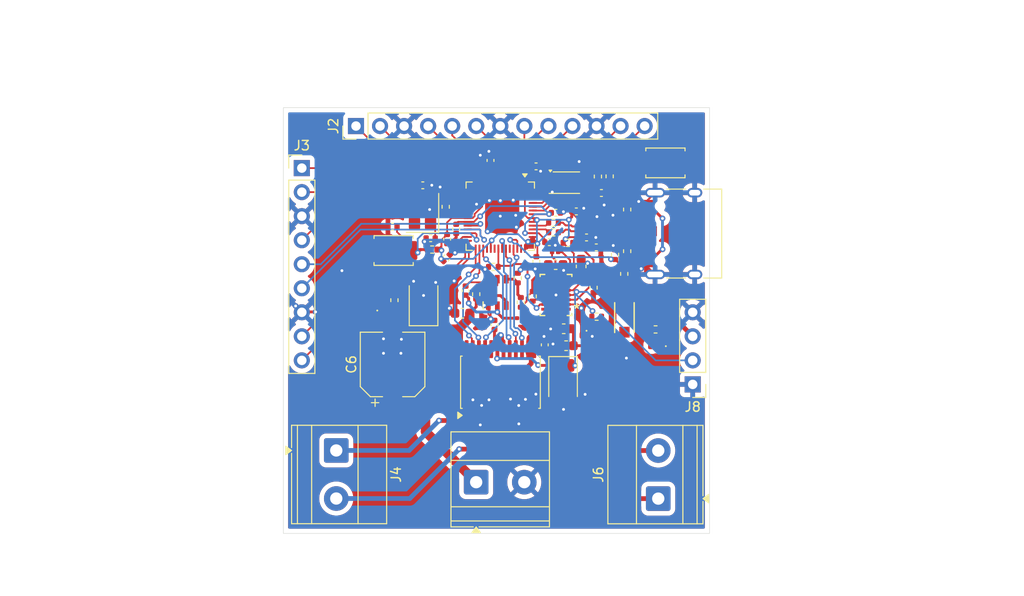
<source format=kicad_pcb>
(kicad_pcb (version 20241229) (generator "pcbnew") (generator_version "9.0")
  (layers (0 "F.Cu" signal) (2 "B.Cu" signal) (13 "F.Paste" user) (15 "B.Paste" user) (5 "F.SilkS" user "F.Silkscreen") (7 "B.SilkS" user "B.Silkscreen") (1 "F.Mask" user) (3 "B.Mask" user) (25 "Edge.Cuts" user))
  (net 0 "")
  (net 1 "VSYS")
  (net 2 "VBUS")
  (net 3 "GND")
  (net 4 "XIN")
  (net 5 "+3V3")
  (net 6 "Net-(U1-BST)")
  (net 7 "Net-(U1-SW)")
  (net 8 "Net-(C4-Pad2)")
  (net 9 "+12V")
  (net 10 "+1V1")
  (net 11 "Net-(U5-RUN)")
  (net 12 "Net-(D2-A)")
  (net 13 "Net-(D3-A)")
  (net 14 "Net-(D4-A)")
  (net 15 "Net-(J1-CC2)")
  (net 16 "USB_D+")
  (net 17 "USB_D-")
  (net 18 "Net-(J1-CC1)")
  (net 19 "GPIO16")
  (net 20 "GPIO14")
  (net 21 "GPIO13")
  (net 22 "GPIO12")
  (net 23 "GPIO17")
  (net 24 "GPIO11")
  (net 25 "GPIO9")
  (net 26 "GPIO7")
  (net 27 "GPIO10")
  (net 28 "SWCLK")
  (net 29 "GPIO8")
  (net 30 "SWD")
  (net 31 "AO2")
  (net 32 "AO1")
  (net 33 "BO1")
  (net 34 "BO2")
  (net 35 "Net-(L2-Pad2)")
  (net 36 "Net-(L2-Pad1)")
  (net 37 "QSPI_SS")
  (net 38 "Net-(U1-EN)")
  (net 39 "XOUT")
  (net 40 "Net-(U1-FB)")
  (net 41 "Net-(R5-Pad1)")
  (net 42 "Net-(U3-FB)")
  (net 43 "3V3_EN")
  (net 44 "GPIO23")
  (net 45 "Net-(U5-USB_DP)")
  (net 46 "Net-(U5-USB_DM)")
  (net 47 "QSPI_SD0")
  (net 48 "QSPI_SCLK")
  (net 49 "QSPI_SD2")
  (net 50 "QSPI_SD1")
  (net 51 "QSPI_SD3")
  (net 53 "PWMB")
  (net 54 "PWMA")
  (net 55 "BIN2")
  (net 56 "BIN1")
  (net 57 "AIN2")
  (net 58 "AIN1")
  (net 60 "GPIO4")
  (net 61 "GPIO0")
  (net 62 "GPIO3")
  (net 63 "GPIO1")
  (net 64 "GPIO2")
  (net 70 "GPIO28_ADC2")
  (footprint "Resistor_SMD:R_0402_1005Metric" (layer "F.Cu") (at 162.9 81.47 90)
    (property "Reference" "R6" (hide yes))
    (property "Value" "10K")
  )
  (footprint "Connector_PinHeader_2.54mm:PinHeader_1x13_P2.54mm_Vertical" (layer "F.Cu") (at 145.815 65.405 90)
    (property "Reference" "J2")
    (property "Value" "Conn_01x13")
  )
  (footprint "LED_SMD:LED_0402_1005Metric" (layer "F.Cu") (at 177.4425 88.67 180)
    (property "Reference" "D3" (hide yes))
    (property "Value" "LED")
  )
  (footprint "Capacitor_SMD:C_0402_1005Metric" (layer "F.Cu") (at 156.4 76.27 -90)
    (property "Reference" "C14" (hide yes))
    (property "Value" "1uF")
  )
  (footprint "RP2040:SDO_SOD-123FL_ONS" (layer "F.Cu") (at 174.16 85.65 90)
    (property "Reference" "1111" (hide yes))
    (property "Value" "MBR120VLSFT1G")
  )
  (footprint "Capacitor_SMD:C_0402_1005Metric" (layer "F.Cu") (at 169.08 74.43)
    (property "Reference" "C25" (hide yes))
    (property "Value" "0.1uF")
  )
  (footprint "Capacitor_SMD:C_0603_1608Metric" (layer "F.Cu") (at 168 88.62 180)
    (property "Reference" "C8" (hide yes))
    (property "Value" "22uF")
  )
  (footprint "Resistor_SMD:R_0402_1005Metric" (layer "F.Cu") (at 172.6 70.72 90)
    (property "Reference" "R5" (hide yes))
    (property "Value" "1K")
  )
  (footprint "Capacitor_SMD:C_0603_1608Metric" (layer "F.Cu") (at 157.05 85.19 180)
    (property "Reference" "C5" (hide yes))
    (property "Value" "10uF")
  )
  (footprint "Package_SO:SSOP-24_5.3x8.2mm_P0.65mm" (layer "F.Cu") (at 161.07 92.48 90)
    (property "Reference" "U4" (hide yes))
    (property "Value" "TB6612FNG")
  )
  (footprint "Resistor_SMD:R_0402_1005Metric" (layer "F.Cu") (at 174.45 74.23 90)
    (property "Reference" "R11" (hide yes))
    (property "Value" "5.1K")
  )
  (footprint "LED_SMD:LED_0402_1005Metric" (layer "F.Cu") (at 171.2475 87.04)
    (property "Reference" "D2" (hide yes))
    (property "Value" "LED")
  )
  (footprint "Capacitor_SMD:C_0402_1005Metric" (layer "F.Cu") (at 170.16 77.18)
    (property "Reference" "C18" (hide yes))
    (property "Value" "0.1uF")
  )
  (footprint "Resistor_SMD:R_0402_1005Metric" (layer "F.Cu") (at 149.8725 83.81 90)
    (property "Reference" "R21" (hide yes))
    (property "Value" "2K")
  )
  (footprint "Capacitor_SMD:C_0402_1005Metric" (layer "F.Cu") (at 149.67 76.04)
    (property "Reference" "C26" (hide yes))
    (property "Value" "0.1uF")
  )
  (footprint "Resistor_SMD:R_0402_1005Metric" (layer "F.Cu") (at 173.17 79 90)
    (property "Reference" "R13" (hide yes))
    (property "Value" "10K")
  )
  (footprint "Resistor_SMD:R_0402_1005Metric" (layer "F.Cu") (at 171.36 70.74 90)
    (property "Reference" "R1" (hide yes))
    (property "Value" "10K")
  )
  (footprint "Inductor_SMD:L_0201_0603Metric" (layer "F.Cu") (at 163.14 85.71)
    (property "Reference" "L1" (hide yes))
    (property "Value" "2u2")
  )
  (footprint "Capacitor_SMD:C_0402_1005Metric" (layer "F.Cu") (at 171.19 78.23)
    (property "Reference" "C17" (hide yes))
    (property "Value" "1uF")
  )
  (footprint "Capacitor_Tantalum_SMD:CP_EIA-3528-15_AVX-H" (layer "F.Cu") (at 152.95 84.0375 90)
    (property "Reference" "C13" (hide yes))
    (property "Value" "10uF")
  )
  (footprint "Resistor_SMD:R_0402_1005Metric" (layer "F.Cu") (at 168.2 77.75)
    (property "Reference" "R8" (hide yes))
    (property "Value" "1M")
  )
  (footprint "Resistor_SMD:R_0402_1005Metric" (layer "F.Cu") (at 158.51 83.17 90)
    (property "Reference" "R2" (hide yes))
    (property "Value" "100K")
  )
  (footprint "Capacitor_SMD:C_0402_1005Metric" (layer "F.Cu") (at 166.92 74.57)
    (property "Reference" "C16" (hide yes))
    (property "Value" "0.1uF")
  )
  (footprint "Resistor_SMD:R_0402_1005Metric" (layer "F.Cu") (at 160.32 80.29 180)
    (property "Reference" "R14" (hide yes))
    (property "Value" "100K")
  )
  (footprint "Capacitor_SMD:C_0402_1005Metric" (layer "F.Cu") (at 171.73 72.48)
    (property "Reference" "C2" (hide yes))
    (property "Value" "0.1uF")
  )
  (footprint "Capacitor_Tantalum_SMD:CP_EIA-3528-15_AVX-H" (layer "F.Cu") (at 167.68 92.2425 -90)
    (property "Reference" "C27" (hide yes))
    (property "Value" "10uF")
  )
  (footprint "Capacitor_SMD:C_0402_1005Metric" (layer "F.Cu") (at 155.44 77.35 -90)
    (property "Reference" "C23" (hide yes))
    (property "Value" "0.1uF")
  )
  (footprint "Capacitor_SMD:C_0402_1005Metric" (layer "F.Cu") (at 157.39 82.8 -90)
    (property "Reference" "C3" (hide yes))
    (property "Value" "0.1uF")
  )
  (footprint "TerminalBlock_Phoenix:TerminalBlock_Phoenix_MKDS-1,5-2-5.08_1x02_P5.08mm_Horizontal" (layer "F.Cu") (at 177.7325 104.78 90)
    (property "Reference" "J6")
    (property "Value" "Conn_01x02")
  )
  (footprint "Inductor_SMD:L_0201_0603Metric" (layer "F.Cu") (at 166.84 78.74)
    (property "Reference" "L2" (hide yes))
    (property "Value" "2u2")
  )
  (footprint "Resistor_SMD:R_0402_1005Metric" (layer "F.Cu") (at 170.9 82.49 -90)
    (property "Reference" "R12" (hide yes))
    (property "Value" "180K")
  )
  (footprint "Resistor_SMD:R_0402_1005Metric" (layer "F.Cu") (at 174.45 78.63 -90)
    (property "Reference" "R7" (hide yes))
    (property "Value" "5.1K")
  )
  (footprint "Resistor_SMD:R_0402_1005Metric" (layer "F.Cu") (at 174.14 81.03 90)
    (property "Reference" "R9" (hide yes))
    (property "Value" "5K6")
  )
  (footprint "Capacitor_SMD:C_0402_1005Metric" (layer "F.Cu") (at 166.23 77.68)
    (property "Reference" "C15" (hide yes))
    (property "Value" "0.1uF")
  )
  (footprint "Resistor_SMD:R_0402_1005Metric" (layer "F.Cu") (at 163.22 84.04 90)
    (property "Reference" "R4" (hide yes))
    (property "Value" "52.3K")
  )
  (footprint "Capacitor_SMD:C_0603_1608Metric" (layer "F.Cu") (at 169.59 80.24 90)
    (property "Reference" "C9" (hide yes))
    (property "Value" "47uF")
  )
  (footprint "TerminalBlock_Phoenix:TerminalBlock_Phoenix_MKDS-1,5-2-5.08_1x02_P5.08mm_Horizontal" (layer "F.Cu") (at 158.505 103.0425)
    (property "Reference" "J7" (hide yes))
    (property "Value" "Conn_01x02")
  )
  (footprint "Capacitor_SMD:C_0603_1608Metric" (layer "F.Cu") (at 167.75 86.83 180)
    (property "Reference" "C10" (hide yes))
    (property "Value" "47uF")
  )
  (footprint "Resistor_SMD:R_0402_1005Metric" (layer "F.Cu") (at 164.47 83.4 -90)
    (property "Reference" "R10" (hide yes))
    (property "Value" "100K")
  )
  (footprint "Resistor_SMD:R_0402_1005Metric" (layer "F.Cu") (at 155.29 73.94 -90)
    (property "Reference" "R3" (hide yes))
    (property "Value" "1K")
  )
  (footprint "Connector_PinHeader_2.54mm:PinHeader_1x04_P2.54mm_Vertical" (layer "F.Cu") (at 181.37 92.71 180)
    (property "Reference" "J8")
    (property "Value" "Conn_01x04")
  )
  (footprint "Package_DFN_QFN:QFN-56-1EP_7x7mm_P0.4mm_EP3.2x3.2mm" (layer "F.Cu") (at 161.05 74.93 -90)
    (property "Reference" "U5" (hide yes))
    (property "Value" "RP2040")
  )
  (footprint "Resistor_SMD:R_0402_1005Metric" (layer "F.Cu") (at 166.67 75.62 180)
    (property "Reference" "R16" (hide yes))
    (property "Value" "27")
  )
  (footprint "Capacitor_SMD:CP_Elec_6.3x7.7" (layer "F.Cu") (at 149.68 90.6 90)
    (property "Reference" "C6")
    (property "Value" "100uF")
  )
  (footprint "RP2040:QFN_4AGQW_RIT" (layer "F.Cu") (at 166.934999 83.260378 180)
    (property "Reference" "U3" (hide yes))
    (property "Value" "RT6154AGQW")
  )
  (footprint "Button_Switch_SMD:SW_Push_SPST_NO_Alps_SKRK" (layer "F.Cu") (at 149.79 78.56)
    (property "Reference" "SW2" (hide yes))
    (property "Value" "SW_Push")
  )
  (footprint "Connector_PinHeader_2.54mm:PinHeader_1x09_P2.54mm_Vertical" (layer "F.Cu") (at 140.095 69.85)
    (property "Reference" "J3")
    (property "Value" "Conn_01x09")
  )
  (footprint "Capacitor_SMD:C_0402_1005Metric" (layer "F.Cu") (at 152.87 71.67 180)
    (property "Reference" "C1" (hide yes))
    (property "Value" "15pF")
  )
  (footprint "Connector_USB:USB_C_Receptacle_HRO_TYPE-C-31-M-12" (layer "F.Cu") (at 180.53 76.77 90)
    (property "Reference" "J1" (hide yes))
    (property "Value" "USB_C_Receptacle_USB2.0_14P")
  )
  (footprint "Resistor_SMD:R_0402_1005Metric" (layer "F.Cu") (at 171.23 85.55)
    (property "Reference" "R19" (hide yes))
    (property "Value" "330")
  )
  (footprint "Resistor_SMD:R_0402_1005Metric" (layer "F.Cu") (at 166.67 76.64 180)
    (property "Reference" "R17" (hide yes))
    (property "Value" "27")
  )
  (footprint "Resistor_SMD:R_0402_1005Metric" (layer "F.Cu") (at 177.45 86.9 180)
    (property "Reference" "R20" (hide yes))
    (property "Value" "1K")
  )
  (footprint "Package_SON:Winbond_USON-8-1EP_3x2mm_P0.5mm_EP0.2x1.6mm" (layer "F.Cu") (at 167.82 71.39)
    (property "Reference" "U2" (hide yes))
    (property "Value" "W25Q16JVUXIQ TR")
  )
  (footprint "Resistor_SMD:R_0402_1005Metric" (layer "F.Cu") (at 153.85 78.46 180)
    (property "Reference" "R15" (hide yes))
    (property "Value" "10K")
  )
  (footprint "TerminalBlock_Phoenix:TerminalBlock_Phoenix_MKDS-1,5-2-5.08_1x02_P5.08mm_Horizontal" (layer "F.Cu") (at 143.7325 99.69 -90)
    (property "Reference" "J4")
    (property "Value" "Conn_01x02")
  )
  (footprint "Capacitor_SMD:C_0402_1005Metric" (layer "F.Cu") (at 164.86 79.69 -90)
    (property "Reference" "C19" (hide yes))
    (property "Value" "0.1uF")
  )
  (footprint "Capacitor_SMD:C_0402_1005Metric" (layer "F.Cu") (at 153.7 77.26)
    (property "Reference" "C4" (hide yes))
    (property "Value" "15pF")
  )
  (footprint "Capacitor_SMD:C_0402_1005Metric" (layer "F.Cu") (at 164.83 69.67)
    (property "Reference" "C21" (hide yes))
    (property "Value" "0.1uF")
  )
  (footprint "Capacitor_SMD:C_0402_1005Metric" (layer "F.Cu") (at 165.75 88.53 90)
    (property "Reference" "C12" (hide yes))
    (property "Value" "0.1uF")
  )
  (footprint "Capacitor_SMD:C_0402_1005Metric" (layer "F.Cu") (at 155.38 79.339411 45)
    (property "Reference" "C22" (hide yes))
    (property "Value" "0.1uF")
  )
  (footprint "Capacitor_SMD:C_0603_1608Metric" (layer "F.Cu") (at 166.9 80.05)
    (property "Reference" "C7" (hide yes))
    (property "Value" "22uF")
  )
  (footprint "Capacitor_SMD:C_0402_1005Metric" (layer "F.Cu") (at 160.44 86.42 90)
    (property "Reference" "C11" (hide yes))
    (property "Value" "0.1uF")
  )
  (footprint "Button_Switch_SMD:SW_Push_SPST_NO_Alps_SKRK" (layer "F.Cu") (at 178.49 69.3 180)
    (property "Reference" "SW1" (hide yes))
    (property "Value" "SW_Push")
  )
  (footprint "Crystal:Crystal_SMD_3225-4Pin_3.2x2.5mm" (layer "F.Cu") (at 152.84 74.59 90)
    (property "Reference" "Y1" (hide yes))
    (property "Value" "12 MHz")
  )
  (footprint "LED_SMD:LED_0402_1005Metric" (layer "F.Cu") (at 148.0625 83.8125 90)
    (property "Reference" "D4" (hide yes))
    (property "Value" "LED")
  )
  (footprint "Capacitor_SMD:C_0402_1005Metric" (layer "F.Cu") (at 160.02 69.04 90)
    (property "Reference" "C24" (hide yes))
    (property "Value" "0.1uF")
  )
  (footprint "12V_to_5V:SOT-23-6" (layer "F.Cu") (at 160.74 82.99)
    (property "Reference" "U1" (hide yes))
    (property "Value" "AP62401WU-7" (hide yes))
  )
  (gr_rect (start 138.15 63.46) (end 183.15 108.46) (stroke (width 0.05)) (fill no) (layer "Edge.Cuts"))
  (segment (start 168.26 84.760756) (end 168.26 86.565) (width 0.18) (layer "F.Cu") (net 1))
  (segment (start 163.831 83.939) (end 163.831 83.529) (width 0.18) (layer "F.Cu") (net 1))
  (segment (start 163.831 83.529) (end 164.47 82.89) (width 0.18) (layer "F.Cu") (net 1))
  (segment (start 168.775 87.08) (end 168.525 86.83) (width 0.3) (layer "F.Cu") (net 1))
  (segment (start 168.775 88.62) (end 172.7267 88.62) (width 0.3) (layer "F.Cu") (net 1))
  (segment (start 163.46 85.71) (end 164.3 85.71) (width 0.2) (layer "F.Cu") (net 1))
  (segment (start 163.22 84.55) (end 164.34 85.67) (width 0.18) (layer "F.Cu") (net 1))
  (segment (start 164.47 81.705) (end 164.47 82.89) (width 0.3) (layer "F.Cu") (net 1))
  (segment (start 164.3 85.71) (end 164.34 85.67) (width 0.2) (layer "F.Cu") (net 1))
  (segment (start 163.22 84.55) (end 163.831 83.939) (width 0.18) (layer "F.Cu") (net 1))
  (segment (start 164.34 85.67) (end 164.734 86.064) (width 0.18) (layer "F.Cu") (net 1))
  (segment (start 167.759 86.064) (end 168.525 86.83) (width 0.18) (layer "F.Cu") (net 1))
  (segment (start 166.125 80.05) (end 164.47 81.705) (width 0.3) (layer "F.Cu") (net 1))
  (segment (start 164.47 82.89) (end 165.48025 82.89) (width 0.18) (layer "F.Cu") (net 1))
  (segment (start 165.609998 82.760252) (end 165.609998 83.260378) (width 0.18) (layer "F.Cu") (net 1))
  (segment (start 172.7267 88.62) (end 174.16 87.1867) (width 0.3) (layer "F.Cu") (net 1))
  (segment (start 165.48025 82.89) (end 165.609998 82.760252) (width 0.18) (layer "F.Cu") (net 1))
  (segment (start 168.775 88.62) (end 168.775 87.08) (width 0.3) (layer "F.Cu") (net 1))
  (segment (start 164.734 86.064) (end 167.759 86.064) (width 0.18) (layer "F.Cu") (net 1))
  (segment (start 176.485 79.22) (end 175.58 79.22) (width 0.18) (layer "F.Cu") (net 2))
  (segment (start 177.343281 79.22) (end 176.485 79.22) (width 0.3) (layer "F.Cu") (net 2))
  (segment (start 175.489 79.311) (end 175.489 80.111) (width 0.18) (layer "F.Cu") (net 2))
  (segment (start 177.96 84.22) (end 177.8533 84.1133) (width 0.2) (layer "F.Cu") (net 2))
  (segment (start 174.16 81.44) (end 174.16 84.1133) (width 0.18) (layer "F.Cu") (net 2))
  (segment (start 175.489 80.111) (end 174.16 81.44) (width 0.18) (layer "F.Cu") (net 2))
  (segment (start 178.133281 78.43) (end 177.343281 79.22) (width 0.3) (layer "F.Cu") (net 2))
  (segment (start 177.8533 84.1133) (end 181.37 87.63) (width 0.5) (layer "F.Cu") (net 2))
  (segment (start 178.19 78.43) (end 178.133281 78.43) (width 0.3) (layer "F.Cu") (net 2))
  (segment (start 177.96 86.9) (end 177.96 84.22) (width 0.2) (layer "F.Cu") (net 2))
  (segment (start 175.58 79.22) (end 175.489 79.311) (width 0.18) (layer "F.Cu") (net 2))
  (segment (start 177.33 74.32) (end 178.18 75.17) (width 0.3) (layer "F.Cu") (net 2))
  (segment (start 174.16 84.1133) (end 177.8533 84.1133) (width 0.5) (layer "F.Cu") (net 2))
  (segment (start 176.485 74.32) (end 177.33 74.32) (width 0.3) (layer "F.Cu") (net 2))
  (via (at 178.18 75.17) (size 0.6) (drill 0.3) (layers "F.Cu" "B.Cu") (net 2))
  (via (at 178.19 78.43) (size 0.6) (drill 0.3) (layers "F.Cu" "B.Cu") (net 2))
  (segment (start 178.18 75.17) (end 178.18 78.42) (width 0.3) (layer "B.Cu") (net 2))
  (segment (start 178.18 78.42) (end 178.19 78.43) (width 0.3) (layer "B.Cu") (net 2))
  (segment (start 171.139942 82.999999) (end 170.9 82.999999) (width 0.2) (layer "F.Cu") (net 3))
  (segment (start 166.55 72.38) (end 166.55 72.295) (width 0.3) (layer "F.Cu") (net 3))
  (segment (start 173.819999 79.139999) (end 173.17 78.49) (width 0.2) (layer "F.Cu") (net 3))
  (segment (start 148.72 89.42) (end 148.72 88.86) (width 0.3) (layer "F.Cu") (net 3))
  (segment (start 159.79 85.29) (end 160.44 85.94) (width 0.18) (layer "F.Cu") (net 3))
  (segment (start 171.93 78.49) (end 171.67 78.23) (width 0.2) (layer "F.Cu") (net 3))
  (segment (start 159.255 95.79) (end 159.394 95.929) (width 0.5) (layer "F.Cu") (net 3))
  (segment (start 170.76 87.63) (end 170.76 87.0425) (width 0.2) (layer "F.Cu") (net 3))
  (segment (start 161.286033 87.666033) (end 161.286033 87.991185) (width 0.3) (layer "F.Cu") (net 3))
  (segment (start 153.81 71.67) (end 153.82 71.66) (width 0.2) (layer "F.Cu") (net 3))
  (segment (start 156.26 78.79) (end 155.929411 78.79) (width 0.18) (layer "F.Cu") (net 3))
  (segment (start 165.31 70.18) (end 165.31 69.67) (width 0.3) (layer "F.Cu") (net 3))
  (segment (start 159.08 94.93) (end 159.08 95.615) (width 0.3) (layer "F.Cu") (net 3))
  (segment (start 163 94.94) (end 163 95.635) (width 0.3) (layer "F.Cu") (net 3))
  (segment (start 173.17 78.49) (end 171.93 78.49) (width 0.2) (layer "F.Cu") (net 3))
  (segment (start 161.12 87.5) (end 161.286033 87.666033) (width 0.3) (layer "F.Cu") (net 3))
  (segment (start 170.27 79.92) (end 170.045 79.92) (width 0.2) (layer "F.Cu") (net 3))
  (segment (start 150.56 88.78) (end 149.68 87.9) (width 0.3) (layer "F.Cu") (net 3))
  (segment (start 156.275 85.19) (end 156.199 85.19) (width 0.3) (layer "F.Cu") (net 3))
  (segment (start 158.94 96.99) (end 159.14 96.79) (width 0.5) (layer "F.Cu") (net 3))
  (segment (start 148.72 88.86) (end 149.68 87.9) (width 0.3) (layer "F.Cu") (net 3))
  (segment (start 175.93 80.48) (end 176.025 80.48) (width 0.2) (layer "F.Cu") (net 3))
  (segment (start 176.485 80.02) (end 176.485 80.175) (width 0.2) (layer "F.Cu") (net 3))
  (segment (start 159.14 96.79) (end 159.14 95.79) (width 0.5) (layer "F.Cu") (net 3))
  (segment (start 160.04 85.04) (end 159.36 84.36) (width 0.18) (layer "F.Cu") (net 3))
  (segment (start 158.16 94.34) (end 158.795 94.975) (width 0.18) (layer "F.Cu") (net 3))
  (segment (start 162.13 94.26) (end 162.32 94.26) (width 0.18) (layer "F.Cu") (net 3))
  (segment (start 170.64 77.18) (end 171.14 77.18) (width 0.2) (layer "F.Cu") (net 3))
  (segment (start 152.95 83.31) (end 152.95 82.4975) (width 0.3) (layer "F.Cu") (net 3))
  (segment (start 151.99 75.69) (end 151.99 75.19) (width 0.2) (layer "F.Cu") (net 3))
  (segment (start 159.79 84.39) (end 159.39 84.39) (width 0.18) (layer "F.Cu") (net 3))
  (segment (start 170.64 77.2) (end 171.67 78.23) (width 0.2) (layer "F.Cu") (net 3))
  (segment (start 166.955 86.85) (end 166.975 86.83) (width 0.18) (layer "F.Cu") (net 3))
  (segment (start 176.345 73.38) (end 176.485 73.52) (width 0.2) (layer "F.Cu") (net 3))
  (segment (start 166.37 86.85) (end 166.955 86.85) (width 0.18) (layer "F.Cu") (net 3))
  (segment (start 153.35 71.67) (end 153.81 71.67) (width 0.2) (layer "F.Cu") (net 3))
  (segment (start 163.01 96.88) (end 163.294 96.596) (width 0.5) (layer "F.Cu") (net 3))
  (segment (start 170.64 77.18) (end 170.64 77.2) (width 0.2) (layer "F.Cu") (net 3))
  (segment (start 158.133632 73.93) (end 157.6125 73.93) (width 0.18) (layer "F.Cu") (net 3))
  (segment (start 163.1075 95.7425) (end 163.345 95.98) (width 0.3) (layer "F.Cu") (net 3))
  (segment (start 158.846 96.896) (end 158.846 95.929) (width 0.5) (layer "F.Cu") (net 3))
  (segment (start 162.695 95.98) (end 162.695 94.825) (width 0.18) (layer "F.Cu") (net 3))
  (segment (start 163.345 95.98) (end 162.695 95.98) (width 0.18) (layer "F.Cu") (net 3))
  (segment (start 159.85 68.39) (end 160.02 68.56) (width 0.18) (layer "F.Cu") (net 3))
  (segment (start 159.445 94.755) (end 159.445 95.98) (width 0.18) (layer "F.Cu") (net 3))
  (segment (start 162.746 96.616) (end 162.746 95.98) (width 0.5) (layer "F.Cu") (net 3))
  (segment (start 159.394 95.929) (end 159.394 95.98) (width 0.5) (layer "F.Cu") (net 3))
  (segment (start 149.72 87.94) (end 149.68 87.9) (width 0.3) (layer "F.Cu") (net 3))
  (segment (start 176.485 73.365) (end 177.4 72.45) (width 0.2) (layer "F.Cu") (net 3))
  (segment (start 162.695 95.98) (end 162.695 95.245) (width 0.18) (layer "F.Cu") (net 3))
  (segment (start 149.67 87.89) (end 149.68 87.9) (width 0.3) (layer "F.Cu") (net 3))
  (segment (start 155.929411 78.79) (end 155.719411 79) (width 0.18) (layer "F.Cu") (net 3))
  (segment (start 159.44 80.55) (end 159.55 80.55) (width 0.18) (layer "F.Cu") (net 3))
  (segment (start 159.39 84.39) (end 159.36 84.36) (width 0.18) (layer "F.Cu") (net 3))
  (segment (start 158.985 95.79) (end 159.14 95.79) (width 0.5) (layer "F.Cu") (net 3))
  (segment (start 169.61 84.65) (end 169.22063 84.26063) (width 0.2) (layer "F.Cu") (net 3))
  (segment (start 166.55 72.295) (end 166.395 72.14) (width 0.3) (layer "F.Cu") (net 3))
  (segment (start 163 94.94) (end 163.06 94.94) (width 0.18) (layer "F.Cu") (net 3))
  (segment (start 140.095 85.075) (end 139.44 84.42) (width 0.3) (layer "F.Cu") (net 3))
  (segment (start 176.485 80.175) (end 177.4 81.09) (width 0.2) (layer "F.Cu") (net 3))
  (segment (start 163.71 94.29) (end 163.345 94.655) (width 0.18) (layer "F.Cu") (net 3))
  (segment (start 158.795 94.975) (end 158.795 95.98) (width 0.18) (layer "F.Cu") (net 3))
  (segment (start 169.22063 84.26063) (end 168.26 84.26063) (width 0.2) (layer "F.Cu") (net 3))
  (segment (start 155.719411 78.109411) (end 155.44 77.83) (width 0.18) (layer "F.Cu") (net 3))
  (segment (start 156.199 85.19) (end 155.669 84.66) (width 0.3) (layer "F.Cu") (net 3))
  (segment (start 167.675 80.595) (end 167.74 80.66) (width 0.18) (layer "F.Cu") (net 3))
  (segment (start 153.59 74.23) (end 153.59 73.59) (width 0.2) (layer "F.Cu") (net 3))
  (segment (start 163.294 96.596) (end 163.294 95.98) (width 0.5) (layer "F.Cu") (net 3))
  (segment (start 162.746 96.616) (end 162.746 96.528) (width 0.5) (layer "F.Cu") (net 3))
  (segment (start 151.99 75.19) (end 153.69 73.49) (width 0.2) (layer "F.Cu") (net 3))
  (segment (start 167.225 88.62) (end 166.8 88.62) (width 0.18) (layer "F.Cu") (net 3))
  (segment (start 156.4 77.179999) (end 156.4 76.75) (width 0.3) (layer "F.Cu") (net 3))
  (segment (start 141.55 85.05) (end 140.135 85.05) (width 0.3) (layer "F.Cu") (net 3))
  (segment (start 170.045 79.92) (end 169.59 79.465) (width 0.2) (layer "F.Cu") (net 3))
  (segment (start 161.286033 87.991185) (end 161.395 88.100152) (width 0.3) (layer "F.Cu") (net 3))
  (segment (start 172.98 78.03) (end 172.98 78.3) (width 0.2) (layer "F.Cu") (net 3))
  (segment (start 172.02 72.67) (end 172.21 72.48) (width 0.18) (layer "F.Cu") (net 3))
  (segment (start 163 95.635) (end 163.1075 95.7425) (width 0.3) (layer "F.Cu") (net 3))
  (segment (start 159.14 95.79) (end 159.255 95.79) (width 0.5) (layer "F.Cu") (net 3))
  (segment (start 162.695 95.98) (end 162.9325 95.7425) (width 0.18) (layer "F.Cu") (net 3))
  (segment (start 161.395 88.100152) (end 161.395 88.98) (width 0.3) (layer "F.Cu") (net 3))
  (segment (start 158.421068 73.642564) (end 158.133632 73.93) (width 0.18) (layer "F.Cu") (net 3))
  (segment (start 158.94 96.99) (end 158.846 96.896) (width 0.5) (layer "F.Cu") (net 3))
  (segment (start 163.01 96.88) (end 162.746 96.616) (width 0.5) (layer "F.Cu") (net 3))
  (segment (start 159.86 94.34) (end 159.445 94.755) (width 0.18) (layer "F.Cu") (net 3))
  (segment (start 140.135 85.05) (end 140.095 85.09) (width 0.3) (layer "F.Cu") (net 3))
  (segment (start 174.45 79.139999) (end 173.819999 79.139999) (width 0.2) (layer "F.Cu") (net 3))
  (segment (start 159.08 95.695) (end 158.795 95.98) (width 0.3) (layer "F.Cu") (net 3))
  (segment (start 155.44 77.83) (end 155.749999 77.83) (width 0.3) (layer "F.Cu") (net 3))
  (segment (start 163.06 94.94) (end 163.71 94.29) (width 0.18) (layer "F.Cu") (net 3))
  (segment (start 150.56 89.42) (end 150.56 88.78) (width 0.3) (layer "F.Cu") (net 3))
  (segment (start 153.59 73.59) (end 153.69 73.49) (width 0.2) (layer "F.Cu") (net 3))
  (segment (start 159.55 80.55) (end 159.81 80.29) (width 0.18) (layer "F.Cu") (net 3))
  (segment (start 159.08 95.615) (end 159.445 95.98) (width 0.3) (layer "F.Cu") (net 3))
  (segment (start 162.32 94.26) (end 163 94.94) (width 0.18) (layer "F.Cu") (net 3))
  (segment (start 176.485 73.52) (end 176.485 73.365) (width 0.2) (layer "F.Cu") (net 3))
  (segment (start 163.345 94.655) (end 163.345 95.98) (width 0.18) (layer "F.Cu") (net 3))
  (segment (start 162.695 94.825) (end 162.13 94.26) (width 0.18) (layer "F.Cu") (net 3))
  (segment (start 158.846 95.929) (end 158.985 95.79) (width 0.5) (layer "F.Cu") (net 3))
  (segment (start 140.095 85.09) (end 140.095 85.075) (width 0.3) (layer "F.Cu") (net 3))
  (segment (start 148.72 87.89) (end 149.67 87.89) (width 0.3) (layer "F.Cu") (net 3))
  (segment (start 175.67 73.38) (end 176.345 73.38) (width 0.2) (layer "F.Cu") (net 3))
  (segment (start 159.79 84.39) (end 159.79 85.29) (width 0.18) (layer "F.Cu") (net 3))
  (segment (start 159.08 94.93) (end 159.08 95.695) (width 0.3) (layer "F.Cu") (net 3))
  (segment (start 166.62 88.44) (end 166.14 88.44) (width 0.18) (layer "F.Cu") (net 3))
  (segment (start 150.61 87.94) (end 149.72 87.94) (width 0.3) (layer "F.Cu") (net 3))
  (segment (start 167.675 80.05) (end 167.675 80.595) (width 0.18) (layer "F.Cu") (net 3))
  (segment (start 160.04 85.8) (end 160.04 85.04) (width 0.18) (layer "F.Cu") (net 3))
  (segment (start 162.9325 95.7425) (end 163.1075 95.7425) (width 0.18) (layer "F.Cu") (net 3))
  (segment (start 170.76 87.0425) (end 170.7625 87.04) (width 0.2) (layer "F.Cu") (net 3))
  (segment (start 159.85 68.08) (end 159.85 68.39) (width 0.18) (layer "F.Cu") (net 3))
  (segment (start 155.749999 77.83) (end 156.4 77.179999) (width 0.3) (layer "F.Cu") (net 3))
  (segment (start 155.719411 79) (end 155.719411 78.109411) (width 0.18) (layer "F.Cu") (net 3))
  (segment (start 166.14 88.44) (end 165.75 88.05) (width 0.18) (layer "F.Cu") (net 3))
  (segment (start 166.8 88.62) (end 166.62 88.44) (width 0.18) (layer "F.Cu") (net 3))
  (segment (start 176.025 80.48) (end 176.485 80.02) (width 0.2) (layer "F.Cu") (net 3))
  (segment (start 162.746 96.528) (end 163.294 95.98) (width 0.5) (layer "F.Cu") (net 3))
  (segment (start 172.98 78.3) (end 173.17 78.49) (width 0.2) (layer "F.Cu") (net 3))
  (segment (start 162.695 95.245) (end 163 94.94) (width 0.18) (layer "F.Cu") (net 3))
  (segment (start 172.02 73.75) (end 172.02 72.67) (width 0.18) (layer "F.Cu") (net 3))
  (via (at 169.61 84.65) (size 0.6) (drill 0.3) (layers "F.Cu" "B.Cu") (net 3))
  (via (at 148.72 87.89) (size 0.6) (drill 0.3) (layers "F.Cu" "B.Cu") (net 3))
  (via (at 141.55 85.05) (size 0.6) (drill 0.3) (layers "F.Cu" "B.Cu") (net 3))
  (via (at 161.06 73.28) (size 0.6) (drill 0.3) (layers "F.Cu" "B.Cu") (net 3))
  (via (at 165.31 70.18) (size 0.6) (drill 0.3) (layers "F.Cu" "B.Cu") (net 3))
  (via (at 170.01 93.76) (size 0.6) (drill 0.3) (layers "F.Cu" "B.Cu") (net 3))
  (via (at 163 94.94) (size 0.6) (drill 0.3) (layers "F.Cu" "B.Cu") (net 3))
  (via (at 169.38 69.16) (size 0.6) (drill 0.3) (layers "F.Cu" "B.Cu") (net 3))
  (via (at 156.18 81.77) (size 0.6) (drill 0.3) (layers "F.Cu" "B.Cu") (net 3))
  (via (at 164.81 93.74) (size 0.6) (drill 0.3) (layers "F.Cu" "B.Cu") (net 3))
  (via (at 167.74 80.66) (size 0.6) (drill 0.3) (layers "F.Cu" "B.Cu") (net 3))
  (via (at 158.16 94.34) (size 0.6) (drill 0.3) (layers "F.Cu" "B.Cu") (net 3))
  (via (at 167.72 74.46) (size 0.6) (drill 0.3) (layers "F.Cu" "B.Cu") (net 3))
  (via (at 163.01 96.88) (size 0.6) (drill 0.3) (layers "F.Cu" "B.Cu") (net 3))
  (via (at 158.94 96.99) (size 0.6) (drill 0.3) (layers "F.Cu" "B.Cu") (net 3))
  (via (at 172.02 73.75) (size 0.6) (drill 0.3) (layers "F.Cu" "B.Cu") (net 3))
  (via (at 159.44 80.55) (size 0.6) (drill 0.3) (layers "F.Cu" "B.Cu") (net 3))
  (via (at 167.73 95.35) (size 0.6) (drill 0.3) (layers "F.Cu" "B.Cu") (net 3))
  (via (at 170.27 79.92) (size 0.6) (drill 0.3) (layers "F.Cu" "B.Cu") (net 3))
  (via (at 161.12 87.5) (size 0.6) (drill 0.3) (layers "F.Cu" "B.Cu") (net 3))
  (via (at 166.62 88.44) (size 0.6) (drill 0.3) (layers "F.Cu" "B.Cu") (net 3))
  (via (at 153.82 71.66) (size 0.6) (drill 0.3) (layers "F.Cu" "B.Cu") (net 3))
  (via (at 159.85 68.08) (size 0.6) (drill 0.3) (layers "F.Cu" "B.Cu") (net 3))
  (via (at 159.9 73.28) (size 0.6) (drill 0.3) (layers "F.Cu" "B.Cu") (net 3))
  (via (at 159.71 76.54) (size 0.6) (drill 0.3) (layers "F.Cu" "B.Cu") (net 3))
  (via (at 159.36 84.36) (size 0.6) (drill 0.3) (layers "F.Cu" "B.Cu") (net 3))
  (via (at 164.74 80.5) (size 0.6) (drill 0.3) (layers "F.Cu" "B.Cu") (net 3))
  (via (at 172.98 78.03) (size 0.6) (drill 0.3) (layers "F.Cu" "B.Cu") (net 3))
  (via (at 162.75 76.09) (size 0.6) (drill 0.3) (layers "F.Cu" "B.Cu") (net 3))
  (via (at 163.19 80.59) (size 0.6) (drill 0.3) (layers "F.Cu" "B.Cu") (net 3))
  (via (at 174.37 89.93) (size 0.6) (drill 0.3) (layers "F.Cu" "B.Cu") (net 3))
  (via (at 170.76 87.63) (size 0.6) (drill 0.3) (layers "F.Cu" "B.Cu") (net 3))
  (via (at 150.56 89.42) (size 0.6) (drill 0.3) (layers "F.Cu" "B.Cu") (net 3))
  (via (at 158.543721 73.663917) (size 0.6) (drill 0.3) (layers "F.Cu" "B.Cu") (net 3))
  (via (at 154.7 71.85) (size 0.6) (drill 0.3) (layers "F.Cu" "B.Cu") (net 3))
  (via (at 160.04 85.8) (size 0.6) (drill 0.3) (layers "F.Cu" "B.Cu") (net 3))
  (via (at 158.94 68.49) (size 0.6) (drill 0.3) (layers "F.Cu" "B.Cu") (net 3))
  (via (at 153.06 77.62) (size 0.6) (drill 0.3) (layers "F.Cu" "B.Cu") (net 3))
  (via (at 159.08 94.93) (size 0.6) (drill 0.3) (layers "F.Cu" "B.Cu") (net 3))
  (via (at 171.14 77.18) (size 0.6) (drill 0.3) (layers "F.Cu" "B.Cu") (net 3))
  (via (at 166.934999 83.260378) (size 0.6) (drill 0.3) (layers "F.Cu" "B.Cu") (net 3))
  (via (at 162.13 94.26) (size 0.6) (drill 0.3) (layers "F.Cu" "B.Cu") (net 3))
  (via (at 161.05 74.93) (size 0.6) (drill 0.3) (layers "F.Cu" "B.Cu") (net 3))
  (via (at 151.9 81.81) (size 0.6) (drill 0.3) (layers "F.Cu" "B.Cu") (net 3))
  (via (at 175.93 80.48) (size 0.6) (drill 0.3) (layers "F.Cu" "B.Cu") (net 3))
  (via (at 144.33 80.69) (size 0.6) (drill 0.3) (layers "F.Cu" "B.Cu") (net 3))
  (via (at 152.95 83.31) (size 0.6) (drill 0.3) (layers "F.Cu" "B.Cu") (net 3))
  (via (at 169.866 74.094) (size 0.6) (drill 0.3) (layers "F.Cu" "B.Cu") (net 3))
  (via (at 148.72 89.42) (size 0.6) (drill 0.3) (layers "F.Cu" "B.Cu") (net 3))
  (via (at 153.59 74.23) (size 0.6) (drill 0.3) (layers "F.Cu" "B.Cu") (net 3))
  (via (at 163.71 94.29) (size 0.6) (drill 0.3) (layers "F.Cu" "B.Cu") (net 3))
  (via (at 162.42 73.23) (size 0.6) (drill 0.3) (layers "F.Cu" "B.Cu") (net 3))
  (via (at 154.23 81.93) (size 0.6) (drill 0.3) (layers "F.Cu" "B.Cu") (net 3))
  (via (at 139.44 84.42) (size 0.6) (drill 0.3) (layers "F.Cu" "B.Cu") (net 3))
  (via (at 166.54 72.38) (size 0.6) (drill 0.3) (layers "F.Cu" "B.Cu") (net 3))
  (via (at 155.669 84.66) (size 0.6) (drill 0.3) (layers "F.Cu" "B.Cu") (net 3))
  (via (at 172.95 74.83) (size 0.6) (drill 0.3) (layers "F.Cu" "B.Cu") (net 3))
  (via (at 162.68 74.84) (size 0.6) (drill 0.3) (layers "F.Cu" "B.Cu") (net 3))
  (via (at 166.86 78.01) (size 0.6) (drill 0.3) (layers "F.Cu" "B.Cu") (net 3))
  (via (at 156.26 78.79) (size 0.6) (drill 0.3) (layers "F.Cu" "B.Cu") (net 3))
  (via (at 165.67 87.64) (size 0.6) (drill 0.3) (layers "F.Cu" "B.Cu") (net 3))
  (via (at 175.67 73.38) (size 0.6) (drill 0.3) (layers "F.Cu" "B.Cu") (net 3))
  (via (at 150.61 87.94) (size 0.6) (drill 0.3) (layers "F.Cu" "B.Cu") (net 3))
  (via (at 159.86 94.34) (size 0.6) (drill 0.3) (layers "F.Cu" "B.Cu") (net 3))
  (via (at 166.37 86.85) (size 0.6) (drill 0.3) (layers "F.Cu" "B.Cu") (net 3))
  (via (at 171.26 74.98) (size 0.6) (drill 0.3) (layers "F.Cu" "B.Cu") (net 3))
  (segment (start 163.19 80.59) (end 164.65 80.59) (width 0.18) (layer "B.Cu") (net 3))
  (segment (start 154.346701 73.473299) (end 153.59 74.23) (width 0.18) (layer "B.Cu") (net 3))
  (segment (start 158.543721 73.64551) (end 158.715932 73.473299) (width 0.18) (layer "B.Cu") (net 3))
  (segment (start 156.26 78.79) (end 155.09 77.62) (width 0.18) (layer "B.Cu") (net 3))
  (segment (start 171.26 74.51) (end 172.02 73.75) (width 0.18) (layer "B.Cu") (net 3))
  (segment (start 159.706701 73.473299) (end 159.9 73.28) (width 0.18) (layer "B.Cu") (net 3))
  (segment (start 158.377402 73.473299) (end 154.346701 73.473299) (width 0.18) (layer "B.Cu") (net 3))
  (segment (start 164.65 80.59) (end 164.74 80.5) (width 0.18) (layer "B.Cu") (net 3))
  (segment (start 169.866 74.094) (end 169.5 74.46) (width 0.18) (layer "B.Cu") (net 3))
  (segment (start 171.26 74.98) (end 171.26 74.51) (width 0.18) (layer "B.Cu") (net 3))
  (segment (start 169.5 74.46) (end 167.72 74.46) (width 0.18) (layer "B.Cu") (net 3))
  (segment (start 158.543721 73.639618) (end 158.377402 73.473299) (width 0.18) (layer "B.Cu") (net 3))
  (segment (start 153.82 74) (end 153.59 74.23) (width 0.2) (layer "B.Cu") (net 3))
  (segment (start 155.09 77.62) (end 153.06 77.62) (width 0.18) (layer "B.Cu") (net 3))
  (segment (start 158.543721 73.663917) (end 158.543721 73.639618) (width 0.18) (layer "B.Cu") (net 3))
  (segment (start 158.715932 73.473299) (end 159.706701 73.473299) (width 0.18) (layer "B.Cu") (net 3))
  (segment (start 158.543721 73.663917) (end 158.543721 73.64551) (width 0.18) (layer "B.Cu") (net 3))
  (segment (start 153.82 71.66) (end 153.82 74) (width 0.2) (layer "B.Cu") (net 3))
  (segment (start 151.99 73.49) (end 152.981 72.499) (width 0.18) (layer "F.Cu") (net 4))
  (segment (start 151.99 72.07) (end 152.39 71.67) (width 0.18) (layer "F.Cu") (net 4))
  (segment (start 155.569 72.499) (end 156.884 73.814) (width 0.18) (layer "F.Cu") (net 4))
  (segment (start 157.091368 74.33) (end 157.6125 74.33) (width 0.18) (layer "F.Cu") (net 4))
  (segment (start 151.99 73.49) (end 151.99 72.07) (width 0.18) (layer "F.Cu") (net 4))
  (segment (start 156.884 74.122632) (end 157.091368 74.33) (width 0.18) (layer "F.Cu") (net 4))
  (segment (start 156.884 73.814) (end 156.884 74.122632) (width 0.18) (layer "F.Cu") (net 4))
  (segment (start 152.981 72.499) (end 155.569 72.499) (width 0.18) (layer "F.Cu") (net 4))
  (segment (start 154.8 79.44) (end 154.801767 79.44) (width 0.18) (layer "F.Cu") (net 5))
  (segment (start 168.6 74.994385) (end 168.289385 75.305) (width 0.3) (layer "F.Cu") (net 5))
  (segment (start 168.425 75.305) (end 168.289385 75.305) (width 0.18) (layer "F.Cu") (net 5))
  (segment (start 159.140997 73.901027) (end 158.341 74.701024) (width 0.18) (layer "F.Cu") (net 5))
  (segment (start 171.36 71.25) (end 171.36 72.37) (width 0.18) (layer "F.Cu") (net 5))
  (segment (start 167.68 90.7025) (end 165.082809 90.7025) (width 0.3) (layer "F.Cu") (net 5))
  (segment (start 164.689174 75.328326) (end 164.4875 75.53) (width 0.18) (layer "F.Cu") (net 5))
  (segment (start 167.94 77.5) (end 167.69 77.75) (width 0.18) (layer "F.Cu") (net 5))
  (segment (start 155.9 75.13) (end 157.6125 75.13) (width 0.18) (layer "F.Cu") (net 5))
  (segment (start 164.07 71.1235) (end 163.701 71.4925) (width 0.3) (layer "F.Cu") (net 5))
  (segment (start 160.257368 72.221) (end 160.43 72.221) (width 0.18) (layer "F.Cu") (net 5))
  (segment (start 168.26 83.260378) (end 168.771094 83.260378) (width 0.18) (layer "F.Cu") (net 5))
  (segment (start 160.02 69.52) (end 160.05 69.55) (width 0.18) (layer "F.Cu") (net 5))
  (segment (start 164.4875 78.029751) (end 164.593875 78.136125) (width 0.3) (layer "F.Cu") (net 5))
  (segment (start 168.95 90.72) (end 167.6975 90.72) (width 0.18) (layer "F.Cu") (net 5))
  (segment (start 168.6 74.43) (end 168.6 74.47826) (width 0.3) (layer "F.Cu") (net 5))
  (segment (start 160.05 72.013632) (end 160.257368 72.221) (width 0.18) (layer "F.Cu") (net 5))
  (segment (start 163.97875 77.63875) (end 164.4875 77.13) (width 0.18) (layer "F.Cu") (net 5))
  (segment (start 160.05 69.55) (end 160.05 71.4925) (width 0.18) (layer "F.Cu") (net 5))
  (segment (start 163.966368 75.13) (end 164.4875 75.13) (width 0.18) (layer "F.Cu") (net 5))
  (segment (start 160.43 72.221) (end 159.977 72.221) (width 0.18) (layer "F.Cu") (net 5))
  (segment (start 163.65 74.813632) (end 163.966368 75.13) (width 0.18) (layer "F.Cu") (net 5))
  (segment (start 168.771094 83.260378) (end 169.100804 82.930668) (width 0.18) (layer "F.Cu") (net 5))
  (segment (start 164.685826 75.328326) (end 164.4875 75.13) (width 0.18) (layer "F.Cu") (net 5))
  (segment (start 164.97 77.835568) (end 164.405568 77.835568) (width 0.18) (layer "F.Cu") (net 5))
  (segment (start 160.44 88.35) (end 160.44 88.635) (width 0.3) (layer "F.Cu") (net 5))
  (segment (start 160.745 88.98) (end 160.095 88.98) (width 0.3) (layer "F.Cu") (net 5))
  (segment (start 163.442632 72.221) (end 163.65 72.013632) (width 0.18) (layer "F.Cu") (net 5))
  (segment (start 154.84 77.47) (end 154.84 78.08) (width 0.18) (layer "F.Cu") (net 5))
  (segment (start 167.69 77.75) (end 168.817 78.877) (width 0.18) (layer "F.Cu") (net 5))
  (segment (start 164.67425 78.2165) (end 164.593875 78.136125) (width 0.3) (layer "F.Cu") (net 5))
  (segment (start 160.147695 77.490401) (end 160.05 77.588096) (width 0.18) (layer "F.Cu") (net 5))
  (segment (start 171.25 73.74826) (end 171.25 72.48) (width 0.3) (layer "F.Cu") (net 5))
  (segment (start 160.44 88.675) (end 160.713046 88.948046) (width 0.3) (layer "F.Cu") (net 5))
  (segment (start 170.75 70.64) (end 171.36 71.25) (width 0.18) (layer "F.Cu") (net 5))
  (segment (start 170.79 84.95) (end 170.79 85.48) (width 0.18) (layer "F.Cu") (net 5))
  (segment (start 160.44 88.35) (end 160.44 88.675) (width 0.3) (layer "F.Cu") (net 5))
  (segment (start 164.4875 77.53) (end 164.29375 77.72375) (width 0.5) (layer "F.Cu") (net 5))
  (segment (start 169.68 77.18) (end 169.649 77.149) (width 0.2) (layer "F.Cu") (net 5))
  (segment (start 164.97 79.1) (end 164.86 79.21) (width 0.18) (layer "F.Cu") (net 5))
  (segment (start 160.44 86.9) (end 160.44 88.35) (width 0.3) (layer "F.Cu") (net 5))
  (segment (start 160.43 72.221) (end 163.442632 72.221) (width 0.18) (layer "F.Cu") (net 5))
  (segment (start 164.405568 77.835568) (end 164.29375 77.72375) (width 0.18) (layer "F.Cu") (net 5))
  (segment (start 167.94 77.36) (end 167.94 77.5) (width 0.18) (layer "F.Cu") (net 5))
  (segment (start 164.67425 78.2165) (end 164.67425 77.71675) (width 0.3) (layer "F.Cu") (net 5))
  (segment (start 164.07 70.2) (end 164.07 71.1235) (width 0.3) (layer "F.Cu") (net 5))
  (segment (start 164.67425 77.71675) (end 164.67425 77.843001) (width 0.3) (layer "F.Cu") (net 5))
  (segment (start 160.44 88.635) (end 160.095 88.98) (width 0.3) (layer "F.Cu") (net 5))
  (segment (start 160.713046 88.948046) (end 160.745 88.98) (width 0.3) (layer "F.Cu") (net 5))
  (segment (start 164.07 70.2) (end 164.35 69.92) (width 0.3) (layer "F.Cu") (net 5))
  (segment (start 169.68 77.2) (end 170.71 78.23) (width 0.2) (layer "F.Cu") (net 5))
  (segment (start 155.44 75.59) (end 155.44 76.87) (width 0.18) (layer "F.Cu") (net 5))
  (segment (start 164.920812 75.328326) (end 164.689174 75.328326) (width 0.18) (layer "F.Cu") (net 5))
  (segment (start 169.59 81.893126) (end 168.722874 82.760252) (width 0.18) (layer "F.Cu") (net 5))
  (segment (start 159.140997 73.057003) (end 159.140997 73.901027) (width 0.18) (layer "F.Cu") (net 5))
  (segment (start 163.65 71.4925) (end 163.65 74.813632) (width 0.18) (layer "F.Cu") (net 5))
  (segment (start 171.36 72.37) (end 171.25 72.48) (width 0.18) (layer "F.Cu") (net 5))
  (segment (start 155.44 76.87) (end 154.84 77.47) (width 0.18) (layer "F.Cu") (net 5))
  (segment (start 168.817 80.242) (end 169.59 81.015) (width 0.18) (layer "F.Cu") (net 5))
  (segment (start 163.952 78.2165) (end 164.67425 78.2165) (width 0.3) (layer "F.Cu") (net 5))
  (segment (start 168.6 74.75) (end 168.6 74.994385) (width 0.3) (layer "F.Cu") (net 5))
  (segment (start 158.133632 75.13) (end 158.341 74.922632) (width 0.18) (layer "F.Cu") (net 5))
  (segment (start 163.65 77.9675) (end 163.97875 77.63875) (width 0.18) (layer "F.Cu") (net 5))
  (segment (start 168.6 74.47826) (end 169.21274 75.091) (width 0.3) (layer "F.Cu") (net 5))
  (segment (start 164.29375 77.72375) (end 163.801 78.2165) (width 0.5) (layer "F.Cu") (net 5))
  (segment (start 169.90726 75.091) (end 171.25 73.74826) (width 0.3) (layer "F.Cu") (net 5))
  (segment (start 168.817 78.877) (end 168.817 80.242) (width 0.18) (layer "F.Cu") (net 5))
  (segment (start 158.341 74.701024) (end 158.341 74.922632) (width 0.18) (layer "F.Cu") (net 5))
  (segment (start 169.59 81.015) (end 169.59 81.893126) (width 0.18) (layer "F.Cu") (net 5))
  (segment (start 160.05 77.588096) (end 160.05 78.3675) (width 0.18) (layer "F.Cu") (net 5))
  (segment (start 154.83849 77.47151) (end 154.83849 78.54849) (width 0.18) (layer "F.Cu") (net 5))
  (segment (start 169.649 77.149) (end 168.291 77.149) (width 0.2) (layer "F.Cu") (net 5))
  (segment (start 168.291 77.149) (end 167.69 77.75) (width 0.2) (layer "F.Cu") (net 5))
  (segment (start 167.6975 90.72) (end 167.68 90.7025) (width 0.18) (layer "F.Cu") (net 5))
  (segment (start 155.9 75.13) (end 155.44 75.59) (width 0.18) (layer "F.Cu") (net 5))
  (segment (start 168.6 74.43) (end 168.6 74.75) (width 0.3) (layer "F.Cu") (net 5))
  (segment (start 164.4875 77.53) (end 164.4875 77.281) (width 0.5) (layer "F.Cu") (net 5))
  (segment (start 155.44 76.87) (end 154.83849 77.47151) (width 0.18) (layer "F.Cu") (net 5))
  (segment (start 169.245 70.64) (end 170.75 70.64) (width 0.18) (layer "F.Cu") (net 5))
  (segment (start 168.722874 82.760252) (end 168.26 82.760252) (width 0.18) (layer "F.Cu") (net 5))
  (segment (start 169.46 75.091) (end 169.90726 75.091) (width 0.3) (layer "F.Cu") (net 5))
  (segment (start 154.801767 79.44) (end 155.040589 79.678822) (width 0.18) (layer "F.Cu") (net 5))
  (segment (start 164.920812 75.328326) (end 164.685826 75.328326) (width 0.18) (layer "F.Cu") (net 5))
  (segment (start 164.593875 78.136125) (end 164.032375 78.136125) (width 0.3) (layer "F.Cu") (net 5))
  (segment (start 164.67425 77.71675) (end 164.4875 77.53) (width 0.3) (layer "F.Cu") (net 5))
  (segment (start 164.97 77.835568) (end 164.97 79.1) (width 0.18) (layer "F.Cu") (net 5))
  (segment (start 164.67425 77.843001) (end 164.4875 78.029751) (width 0.3) (layer "F.Cu") (net 5))
  (segment (start 164.35 69.92) (end 164.35 69.67) (width 0.3) (layer "F.Cu") (net 5))
  (segment (start 160.05 72.031632) (end 160.05 71.4925) (width 0.18) (layer "F.Cu") (net 5))
  (segment (start 157.6125 75.13) (end 158.133632 75.13) (width 0.18) (layer "F.Cu") (net 5))
  (segment (start 168.26 82.760252) (end 168.26 83.260378) (width 0.18) (layer "F.Cu") (net 5))
  (segment (start 163.65 72.013632) (end 163.65 71.4925) (width 0.18) (layer "F.Cu") (net 5))
  (segment (start 154.84 78.08) (end 154.46 78.46) (width 0.18) (layer "F.Cu") (net 5))
  (segment (start 159.977 72.221) (end 159.140997 73.057003) (width 0.18) (layer "F.Cu") (net 5))
  (segment (start 169.21274 75.091) (end 169.46 75.091) (width 0.3) (layer "F.Cu") (net 5))
  (segment (start 160.713046 89.978993) (end 160.713046 88.948046) (width 0.3) (layer "F.Cu") (net 5))
  (segment (start 160.05 71.4925) (end 160.05 72.013632) (width 0.18) (layer "F.Cu") (net 5))
  (segment (start 169.68 77.18) (end 169.68 77.2) (width 0.2) (layer "F.Cu") (net 5))
  (segment (start 170.79 85.48) (end 170.72 85.55) (width 0.18) (layer "F.Cu") (net 5))
  (segment (start 165.082809 90.7025) (end 165.049664 90.669355) (width 0.3) (layer "F.Cu") (net 5))
  (via (at 165.049664 90.669355) (size 0.6) (drill 0.3) (layers "F.Cu" "B.Cu") (net 5))
  (via (at 164.97 77.835568) (size 0.6) (drill 0.3) (layers "F.Cu" "B.Cu") (net 5))
  (via (at 168.95 90.72) (size 0.6) (drill 0.3) (layers "F.Cu" "B.Cu") (net 5))
  (via (at 170.79 84.95) (size 0.6) (drill 0.3) (layers "F.Cu" "B.Cu") (net 5))
  (via (at 164.920812 75.328326) (size 0.6) (drill 0.3) (layers "F.Cu" "B.Cu") (net 5))
  (via (at 160.147695 77.490401) (size 0.6) (drill 0.3) (layers "F.Cu" "B.Cu") (net 5))
  (via (at 160.713046 89.978993) (size 0.6) (drill 0.3) (layers "F.Cu" "B.Cu") (net 5))
  (via (at 169.100804 82.930668) (size 0.6) (drill 0.3) (layers "F.Cu" "B.Cu") (net 5))
  (via (at 167.94 77.36) (size 0.6) (drill 0.3) (layers "F.Cu" "B.Cu") (net 5))
  (via (at 168.289385 75.305) (size 0.6) (drill 0.3) (layers "F.Cu" "B.Cu") (net 5))
  (via (at 154.8 79.44) (size 0.6) (drill 0.3) (layers "F.Cu" "B.Cu") (net 5))
  (via (at 154.83849 78.54849) (size 0.6) (drill 0.3) (layers "F.Cu" "B.Cu") (net 5))
  (via (at 163.97875 77.63875) (size 0.6) (drill 0.3) (layers "F.Cu" "B.Cu") (net 5))
  (segment (start 168.289385 77.010615) (end 167.94 77.36) (width 0.18) (layer "B.Cu") (net 5))
  (segment (start 160.147695 77.490401) (end 158.198096 79.44) (width 0.18) (layer "B.Cu") (net 5))
  (segment (start 164.920812 77.78638) (end 164.97 77.835568) (width 0.18) (layer "B.Cu") (net 5))
  (segment (start 162.949991 76.839) (end 163.946559 77.835568) (width 0.18) (layer "B.Cu") (net 5))
  (segment (start 160.799096 76.839) (end 162.949991 76.839) (width 0.18) (layer "B.Cu") (net 5))
  (segment (start 168.289385 75.305) (end 168.289385 77.010615) (width 0.18) (layer "B.Cu") (net 5))
  (segment (start 164.944138 75.305) (end 164.920812 75.328326) (width 0.18) (layer "B.Cu") (net 5))
  (segment (start 164.920812 75.328326) (end 164.920812 77.78638) (width 0.18) (layer "B.Cu") (net 5))
  (segment (start 158.198096 79.44) (end 154.8 79.44) (width 0.18) (layer "B.Cu") (net 5))
  (segment (start 169.100804 83.260804) (end 170.79 84.95) (width 0.18) (layer "B.Cu") (net 5))
  (segment (start 169.100804 82.930668) (end 169.100804 83.260804) (width 0.18) (layer "B.Cu") (net 5))
  (segment (start 163.946559 77.835568) (end 164.97 77.835568) (width 0.18) (layer "B.Cu") (net 5))
  (segment (start 168.289385 75.305) (end 167.500568 75.305) (width 0.18) (layer "B.Cu") (net 5))
  (segment (start 168.289385 75.305) (end 164.944138 75.305) (width 0.18) (layer "B.Cu") (net 5))
  (segment (start 165.049664 90.669355) (end 164.359302 89.978993) (width 0.3) (layer "B.Cu") (net 5))
  (segment (start 168.95 83.081472) (end 168.95 90.72) (width 0.18) (layer "B.Cu") (net 5))
  (segment (start 160.147695 77.490401) (end 160.799096 76.839) (width 0.18) (layer "B.Cu") (net 5))
  (segment (start 177.46 90.17) (end 181.37 90.17) (width 0.18) (layer "B.Cu") (net 5))
  (segment (start 167.500568 75.305) (end 164.97 77.835568) (width 0.18) (layer "B.Cu") (net 5))
  (segment (start 169.100804 82.930668) (end 170.220668 82.930668) (width 0.18) (layer "B.Cu") (net 5))
  (segment (start 169.100804 82.930668) (end 168.95 83.081472) (width 0.18) (layer "B.Cu") (net 5))
  (segment (start 164.359302 89.978993) (end 160.713046 89.978993) (width 0.3) (layer "B.Cu") (net 5))
  (segment (start 154.83849 78.54849) (end 154.83849 79.40151) (width 0.18) (layer "B.Cu") (net 5))
  (segment (start 154.83849 79.40151) (end 154.8 79.44) (width 0.18) (layer "B.Cu") (net 5))
  (segment (start 170.220668 82.930668) (end 177.46 90.17) (width 0.18) (layer "B.Cu") (net 5))
  (segment (start 159.461 81.919) (end 159.79 81.59) (width 0.18) (layer "F.Cu") (net 6))
  (segment (start 157.791 81.919) (end 159.461 81.919) (width 0.18) (layer "F.Cu") (net 6))
  (segment (start 157.39 82.32) (end 157.791 81.919) (width 0.18) (layer "F.Cu") (net 6))
  (segment (start 160.74 85.14) (end 161.31 85.71) (width 0.3) (layer "F.Cu") (net 7))
  (segment (start 160.74 84.39) (end 160.74 85.14) (width 0.3) (layer "F.Cu") (net 7))
  (segment (start 160.74 85.06) (end 160.74 84.39) (width 0.3) (layer "F.Cu") (net 7))
  (segment (start 161.31 85.71) (end 162.82 85.71) (width 0.3) (layer "F.Cu") (net 7))
  (segment (start 157.713155 84.13) (end 157.713155 83.603155) (width 0.3) (layer "F.Cu") (net 7))
  (segment (start 157.713155 83.603155) (end 157.39 83.28) (width 0.3) (layer "F.Cu") (net 7))
  (via (at 157.713155 84.13) (size 0.6) (drill 0.3) (layers "F.Cu" "B.Cu") (net 7))
  (via (at 160.74 85.06) (size 0.6) (drill 0.3) (layers "F.Cu" "B.Cu") (net 7))
  (segment (start 157.713155 84.13) (end 157.713155 84.263155) (width 0.3) (layer "B.Cu") (net 7))
  (segment (start 158.51 85.06) (end 160.74 85.06) (width 0.3) (layer "B.Cu") (net 7))
  (segment (start 157.713155 84.263155) (end 158.51 85.06) (width 0.3) (layer "B.Cu") (net 7))
  (segment (start 154.18 77.26) (end 154.18 76.18) (width 0.18) (layer "F.Cu") (net 8))
  (segment (start 153.69 75.69) (end 153.69 75.123804) (width 0.18) (layer "F.Cu") (net 8))
  (segment (start 155.29 73.523804) (end 155.29 73.43) (width 0.18) (layer "F.Cu") (net 8))
  (segment (start 153.69 75.123804) (end 155.29 73.523804) (width 0.18) (layer "F.Cu") (net 8))
  (segment (start 154.18 76.18) (end 153.69 75.69) (width 0.18) (layer "F.Cu") (net 8))
  (segment (start 151.84 95.46) (end 149.68 93.3) (width 1) (layer "F.Cu") (net 9))
  (segment (start 157.244 90.647) (end 157.244 89.784) (width 1) (layer "F.Cu") (net 9))
  (segment (start 164.645 88.98) (end 165.72 88.98) (width 0.5) (layer "F.Cu") (net 9))
  (segment (start 158.505 103.0425) (end 153.159 97.6965) (width 1) (layer "F.Cu") (net 9))
  (segment (start 164.32 90.495885) (end 164.32 89.44) (width 0.5) (layer "F.Cu") (net 9))
  (segment (start 156.61 86.88) (end 157.825 85.665) (width 1) (layer "F.Cu") (net 9))
  (segment (start 164.32 87.869442) (end 164.32 89.44) (width 1) (layer "F.Cu") (net 9))
  (segment (start 163.795124 91.020761) (end 164.32 90.495885) (width 0.5) (layer "F.Cu") (net 9))
  (segment (start 153.159 97.6965) (end 153.159 95.46) (width 1) (layer "F.Cu") (net 9))
  (segment (start 153.159 95.46) (end 153.159 94.732) (width 1) (layer "F.Cu") (net 9))
  (segment (start 157.244 89.811004) (end 158.453757 91.020761) (width 0.5) (layer "F.Cu") (net 9))
  (segment (start 164.246 89.366) (end 164.246 88.98) (width 1) (layer "F.Cu") (net 9))
  (segment (start 158.51 84.505) (end 158.51 83.68) (width 0.3) (layer "F.Cu") (net 9))
  (segment (start 158.87 83.32) (end 161.072 83.32) (width 0.3) (layer "F.Cu") (net 9))
  (segment (start 164.32 89.44) (end 164.32 88.222996) (width 0.5) (layer "F.Cu") (net 9))
  (segment (start 154.2525 86.88) (end 152.95 85.5775) (width 1) (layer "F.Cu") (net 9))
  (segment (start 157.244 89.784) (end 156.61 89.15) (width 1) (layer "F.Cu") (net 9))
  (segment (start 156.61 86.88) (end 154.2525 86.88) (width 1) (layer "F.Cu") (net 9))
  (segment (start 158.51 84.505) (end 157.825 85.19) (width 0.3) (layer "F.Cu") (net 9))
  (segment (start 165.72 88.98) (end 165.75 89.01) (width 0.5) (layer "F.Cu") (net 9))
  (segment (start 161.69 83.938) (end 161.69 84.39) (width 0.3) (layer "F.Cu") (net 9))
  (segment (start 153.159 94.732) (end 157.244 90.647) (width 1) (layer "F.Cu") (net 9))
  (segment (start 153.159 95.46) (end 151.84 95.46) (width 1) (layer "F.Cu") (net 9))
  (segment (start 158.453757 91.020761) (end 163.795124 91.020761) (width 0.5) (layer "F.Cu") (net 9))
  (segment (start 161.072 83.32) (end 161.69 83.938) (width 0.3) (layer "F.Cu") (net 9))
  (segment (start 151.6925 84.32) (end 152.95 85.5775) (width 0.3) (layer "F.Cu") (net 9))
  (segment (start 158.51 83.68) (end 158.87 83.32) (width 0.3) (layer "F.Cu") (net 9))
  (segment (start 156.61 89.15) (end 156.61 86.88) (width 1) (layer "F.Cu") (net 9))
  (segment (start 149.8725 84.32) (end 151.6925 84.32) (width 0.3) (layer "F.Cu") (net 9))
  (segment (start 157.825 85.665) (end 157.825 85.19) (width 1) (layer "F.Cu") (net 9))
  (segment (start 164.32 89.44) (end 164.246 89.366) (width 1) (layer "F.Cu") (net 9))
  (segment (start 165.75 77.370001) (end 165.109999 76.73) (width 0.18) (layer "F.Cu") (net 10))
  (segment (start 158.08 75.53) (end 158.272447 75.53) (width 0.18) (layer "F.Cu") (net 10))
  (segment (start 164.478157 76.720657) (end 164.4875 76.73) (width 0.18) (layer "F.Cu") (net 10))
  (segment (start 163.667449 76.720657) (end 164.478157 76.720657) (width 0.18) (layer "F.Cu") (net 10))
  (segment (start 165.109999 76.73) (end 164.4875 76.73) (width 0.18) (layer "F.Cu") (net 10))
  (segment (start 156.33 75.79) (end 156.59 75.53) (width 0.18) (layer "F.Cu") (net 10))
  (segment (start 166.28 74.73) (end 164.4875 74.73) (width 0.18) (layer "F.Cu") (net 10))
  (segment (start 165.75 77.68) (end 165.75 77.370001) (width 0.18) (layer "F.Cu") (net 10))
  (segment (start 166.295 74.715) (end 166.44 74.57) (width 0.18) (layer "F.Cu") (net 10))
  (segment (start 166.205979 74.715) (end 166.295 74.715) (width 0.18) (layer "F.Cu") (net 10))
  (segment (start 158.08 75.53) (end 157.6125 75.53) (width 0.18) (layer "F.Cu") (net 10))
  (segment (start 166.44 74.57) (end 166.28 74.73) (width 0.18) (layer "F.Cu") (net 10))
  (segment (start 156.59 75.53) (end 157.6125 75.53) (width 0.18) (layer "F.Cu") (net 10))
  (segment (start 158.272447 75.53) (end 158.855105 74.947342) (width 0.18) (layer "F.Cu") (net 10))
  (segment (start 158.855105 74.947342) (end 158.930483 74.947342) (width 0.18) (layer "F.Cu") (net 10))
  (via (at 166.205979 74.715) (size 0.6) (drill 0.3) (layers "F.Cu" "B.Cu") (net 10))
  (via (at 163.667449 76.720657) (size 0.6) (drill 0.3) (layers "F.Cu" "B.Cu") (net 10))
  (via (at 158.930483 74.947342) (size 0.6) (drill 0.3) (layers "F.Cu" "B.Cu") (net 10))
  (segment (start 164.698337 74.715) (end 163.667449 75.745888) (width 0.18) (layer "B.Cu") (net 10))
  (segment (start 163.667449 75.745888) (end 163.667449 76.720657) (width 0.18) (layer "B.Cu") (net 10))
  (segment (start 160.007825 73.87) (end 165.360979 73.87) (width 0.18) (layer "B.Cu") (net 10))
  (segment (start 165.360979 73.87) (end 166.205979 74.715) (width 0.18) (layer "B.Cu") (net 10))
  (segment (start 166.205979 74.715) (end 164.698337 74.715) (width 0.18) (layer "B.Cu") (net 10))
  (segment (start 158.930483 74.947342) (end 160.007825 73.87) (width 0.18) (layer "B.Cu") (net 10))
  (segment (start 158.547346 77.423616) (end 158.547346 76.85303) (width 0.18) (layer "F.Cu") (net 11))
  (segment (start 152.65 78.46) (end 151.99 78.46) (width 0.3) (layer "F.Cu") (net 11))
  (segment (start 152.33 78.78) (end 152.11 78.78) (width 0.18) (layer "F.Cu") (net 11))
  (segment (start 152.11 78.78) (end 151.89 78.56) (width 0.18) (layer "F.Cu") (net 11))
  (segment (start 158.547346 76.85303) (end 158.424316 76.73) (width 0.18) (layer "F.Cu") (net 11))
  (segment (start 151.99 78.46) (end 151.89 78.56) (width 0.3) (layer "F.Cu") (net 11))
  (segment (start 152.65 78.46) (end 152.33 78.78) (width 0.3) (layer "F.Cu") (net 11))
  (segment (start 158.424316 76.73) (end 157.6125 76.73) (width 0.18) (layer "F.Cu") (net 11))
  (segment (start 152.33 78.78) (end 150.15 76.6) (width 0.18) (layer "F.Cu") (net 11))
  (segment (start 153.44 78.46) (end 152.65 78.46) (width 0.3) (layer "F.Cu") (net 11))
  (segment (start 150.15 76.6) (end 150.15 76.04) (width 0.18) (layer "F.Cu") (net 11))
  (via (at 158.547346 77.423616) (size 0.6) (drill 0.3) (layers "F.Cu" "B.Cu") (net 11))
  (via (at 152.33 78.78) (size 0.6) (drill 0.3) (layers "F.Cu" "B.Cu") (net 11))
  (segment (start 157.84939 76.72566) (end 152.92434 76.72566) (width 0.18) (layer "B.Cu") (net 11))
  (segment (start 152.92434 76.72566) (end 152.33 77.32) (width 0.18) (layer "B.Cu") (net 11))
  (segment (start 158.547346 77.423616) (end 157.84939 76.72566) (width 0.18) (layer "B.Cu") (net 11))
  (segment (start 152.33 77.32) (end 152.33 78.78) (width 0.18) (layer "B.Cu") (net 11))
  (segment (start 171.74 87.0325) (end 171.7325 87.04) (width 0.2) (layer "F.Cu") (net 12))
  (segment (start 171.74 85.55) (end 171.74 87.0325) (width 0.2) (layer "F.Cu") (net 12))
  (segment (start 176.94 88.6525) (end 176.9575 88.67) (width 0.2) (layer "F.Cu") (net 13))
  (segment (start 176.94 86.9) (end 176.94 88.6525) (width 0.2) (layer "F.Cu") (net 13))
  (segment (start 148.09 83.3) (end 148.0625 83.3275) (width 0.3) (layer "F.Cu") (net 14))
  (segment (start 149.8725 83.3) (end 148.09 83.3) (width 0.3) (layer "F.Cu") (net 14))
  (segment (start 174.45 74.74) (end 174.73 75.02) (width 0.2) (layer "F.Cu") (net 15))
  (segment (start 174.73 75.02) (end 176.485 75.02) (width 0.2) (layer "F.Cu") (net 15))
  (segment (start 167.660001 75.62) (end 167.945001 75.905) (width 0.2) (layer "F.Cu") (net 16))
  (segment (start 167.945001 75.905) (end 168.543198 75.905) (width 0.2) (layer "F.Cu") (net 16))
  (segment (start 167.18 75.62) (end 167.660001 75.62) (width 0.2) (layer "F.Cu") (net 16))
  (segment (start 177.491 76.081) (end 177.43 76.02) (width 0.2) (layer "F.Cu") (net 16))
  (segment (start 168.543198 75.905) (end 168.658198 76.02) (width 0.2) (layer "F.Cu") (net 16))
  (segment (start 176.485 77.02) (end 177.422 77.02) (width 0.2) (layer "F.Cu") (net 16))
  (segment (start 177.491 76.951) (end 177.491 76.081) (width 0.2) (layer "F.Cu") (net 16))
  (segment (start 177.43 76.02) (end 176.485 76.02) (width 0.2) (layer "F.Cu") (net 16))
  (segment (start 168.658198 76.02) (end 176.485 76.02) (width 0.2) (layer "F.Cu") (net 16))
  (segment (start 177.422 77.02) (end 177.491 76.951) (width 0.2) (layer "F.Cu") (net 16))
  (segment (start 168.356802 76.355) (end 168.521802 76.52) (width 0.2) (layer "F.Cu") (net 17))
  (segment (start 167.945001 76.355) (end 168.356802 76.355) (width 0.2) (layer "F.Cu") (net 17))
  (segment (start 175.61 77.52) (end 176.485 77.52) (width 0.2) (layer "F.Cu") (net 17))
  (segment (start 168.521802 76.52) (end 176.485 76.52) (width 0.2) (layer "F.Cu") (net 17))
  (segment (start 167.660001 76.64) (end 167.945001 76.355) (width 0.2) (layer "F.Cu") (net 17))
  (segment (start 175.479 77.389) (end 175.61 77.52) (width 0.2) (layer "F.Cu") (net 17))
  (segment (start 175.548 76.52) (end 175.479 76.589) (width 0.2) (layer "F.Cu") (net 17))
  (segment (start 175.479 76.589) (end 175.479 77.389) (width 0.2) (layer "F.Cu") (net 17))
  (segment (start 167.18 76.64) (end 167.660001 76.64) (width 0.2) (layer "F.Cu") (net 17))
  (segment (start 176.485 76.52) (end 175.548 76.52) (width 0.2) (layer "F.Cu") (net 17))
  (segment (start 174.45 78.120001) (end 174.550001 78.02) (width 0.2) (layer "F.Cu") (net 18))
  (segment (start 174.550001 78.02) (end 176.485 78.02) (width 0.2) (layer "F.Cu") (net 18))
  (segment (start 157.6125 77.13) (end 157.091368 77.13) (width 0.18) (layer "F.Cu") (net 19))
  (segment (start 155.872184 80.719) (end 147.006 80.719) (width 0.18) (layer "F.Cu") (net 19))
  (segment (start 157.100368 77.139) (end 157.082368 77.139) (width 0.18) (layer "F.Cu") (net 19))
  (segment (start 157.091368 77.13) (end 157.100368 77.139) (width 0.18) (layer "F.Cu") (net 19))
  (segment (start 157.349 78.187632) (end 157.349 79.242184) (width 0.18) (layer "F.Cu") (net 19))
  (segment (start 156.884 77.722632) (end 157.349 78.187632) (width 0.18) (layer "F.Cu") (net 19))
  (segment (start 157.349 79.242184) (end 155.872184 80.719) (width 0.18) (layer "F.Cu") (net 19))
  (segment (start 157.082368 77.139) (end 156.884 77.337368) (width 0.18) (layer "F.Cu") (net 19))
  (segment (start 156.884 77.337368) (end 156.884 77.722632) (width 0.18) (layer "F.Cu") (net 19))
  (segment (start 147.006 80.719) (end 140.095 87.63) (width 0.18) (layer "F.Cu") (net 19))
  (segment (start 146.953 70.612) (end 140.095 77.47) (width 0.18) (layer "F.Cu") (net 20))
  (segment (start 154.434552 70.612) (end 146.953 70.612) (width 0.18) (layer "F.Cu") (net 20))
  (segment (start 156.952552 73.13) (end 154.434552 70.612) (width 0.18) (layer "F.Cu") (net 20))
  (segment (start 157.6125 73.13) (end 156.952552 73.13) (width 0.18) (layer "F.Cu") (net 20))
  (segment (start 146.93 70.23) (end 146.19 70.23) (width 0.18) (layer "F.Cu") (net 21))
  (segment (start 157.6125 72.73) (end 157.091368 72.73) (width 0.18) (layer "F.Cu") (net 21))
  (segment (start 146.931 70.231) (end 146.93 70.23) (width 0.18) (layer "F.Cu") (net 21))
  (segment (start 146.19 70.23) (end 144.03 72.39) (width 0.18) (layer "F.Cu") (net 21))
  (segment (start 144.03 72.39) (end 140.095 72.39) (width 0.18) (layer "F.Cu") (net 21))
  (segment (start 157.091368 72.73) (end 154.592368 70.231) (width 0.18) (layer "F.Cu") (net 21))
  (segment (start 154.592368 70.231) (end 146.931 70.231) (width 0.18) (layer "F.Cu") (net 21))
  (segment (start 157.6125 72.33) (end 155.1325 69.85) (width 0.18) (layer "F.Cu") (net 22))
  (segment (start 155.1325 69.85) (end 140.095 69.85) (width 0.18) (layer "F.Cu") (net 22))
  (segment (start 157.73 79.4) (end 156.03 81.1) (width 0.18) (layer "F.Cu") (net 23))
  (segment (start 147.163816 81.1) (end 142.741908 85.521908) (width 0.18) (layer "F.Cu") (net 23))
  (segment (start 156.03 81.1) (end 147.163816 81.1) (width 0.18) (layer "F.Cu") (net 23))
  (segment (start 142.741908 85.521908) (end 142.741908 87.523092) (width 0.18) (layer "F.Cu") (net 23))
  (segment (start 157.73 77.6475) (end 157.73 79.4) (width 0.18) (layer "F.Cu") (net 23))
  (segment (start 142.741908 87.523092) (end 140.095 90.17) (width 0.18) (layer "F.Cu") (net 23))
  (segment (start 157.6125 77.53) (end 157.73 77.6475) (width 0.18) (layer "F.Cu") (net 23))
  (segment (start 148.578111 68.168111) (end 156.128257 68.168111) (width 0.18) (layer "F.Cu") (net 24))
  (segment (start 145.815 65.405) (end 148.578111 68.168111) (width 0.18) (layer "F.Cu") (net 24))
  (segment (start 158.45 70.489854) (end 158.45 71.4925) (width 0.18) (layer "F.Cu") (net 24))
  (segment (start 156.128257 68.168111) (end 158.45 70.489854) (width 0.18) (layer "F.Cu") (net 24))
  (segment (start 156.443889 67.406111) (end 159.25 70.212222) (width 0.18) (layer "F.Cu") (net 25))
  (segment (start 159.25 70.212222) (end 159.25 71.4925) (width 0.18) (layer "F.Cu") (net 25))
  (segment (start 155.436111 67.406111) (end 156.443889 67.406111) (width 0.18) (layer "F.Cu") (net 25))
  (segment (start 153.435 65.405) (end 155.436111 67.406111) (width 0.18) (layer "F.Cu") (net 25))
  (segment (start 160.621 69.842406) (end 160.621 67.511) (width 0.18) (layer "F.Cu") (net 26))
  (segment (start 160.621 67.511) (end 158.515 65.405) (width 0.18) (layer "F.Cu") (net 26))
  (segment (start 160.45 70.013406) (end 160.621 69.842406) (width 0.18) (layer "F.Cu") (net 26))
  (segment (start 160.45 71.4925) (end 160.45 70.013406) (width 0.18) (layer "F.Cu") (net 26))
  (segment (start 148.355 65.405) (end 150.737111 67.787111) (width 0.18) (layer "F.Cu") (net 27))
  (segment (start 150.737111 67.787111) (end 156.286073 67.787111) (width 0.18) (layer "F.Cu") (net 27))
  (segment (start 158.85 70.351038) (end 158.85 71.4925) (width 0.18) (layer "F.Cu") (net 27))
  (segment (start 156.286073 67.787111) (end 158.85 70.351038) (width 0.18) (layer "F.Cu") (net 27))
  (segment (start 158.767107 75.93) (end 158.950001 75.747106) (width 0.18) (layer "F.Cu") (net 28))
  (segment (start 158.950001 75.747106) (end 158.822773 75.619878) (width 0.18) (layer "F.Cu") (net 28))
  (segment (start 157.6125 75.93) (end 158.767107 75.93) (width 0.18) (layer "F.Cu") (net 28))
  (via (at 158.950001 75.747106) (size 0.6) (drill 0.3) (layers "F.Cu" "B.Cu") (net 28))
  (segment (start 142.096184 80.01) (end 140.095 80.01) (width 0.18) (layer "B.Cu") (net 28))
  (segment (start 158.829876 75.74) (end 146.366184 75.74) (width 0.18) (layer "B.Cu") (net 28))
  (segment (start 158.950001 75.747106) (end 158.836982 75.747106) (width 0.18) (layer "B.Cu") (net 28))
  (segment (start 158.836982 75.747106) (end 158.829876 75.74) (width 0.18) (layer "B.Cu") (net 28))
  (segment (start 146.366184 75.74) (end 142.096184 80.01) (width 0.18) (layer "B.Cu") (net 28))
  (segment (start 155.975 66.398406) (end 155.975 65.405) (width 0.18) (layer "F.Cu") (net 29))
  (segment (start 159.65 70.073406) (end 155.975 66.398406) (width 0.18) (layer "F.Cu") (net 29))
  (segment (start 159.65 71.4925) (end 159.65 70.073406) (width 0.18) (layer "F.Cu") (net 29))
  (segment (start 158.858704 76.33) (end 157.6125 76.33) (width 0.18) (layer "F.Cu") (net 30))
  (segment (start 159.349827 77.43202) (end 159.138346 77.220539) (width 0.18) (layer "F.Cu") (net 30))
  (segment (start 158.948581 76.419877) (end 158.858704 76.33) (width 0.18) (layer "F.Cu") (net 30))
  (segment (start 159.138346 77.220539) (end 159.138346 77.178815) (width 0.18) (layer "F.Cu") (net 30))
  (segment (start 159.138346 77.178815) (end 158.948581 76.98905) (width 0.18) (layer "F.Cu") (net 30))
  (segment (start 158.948581 76.98905) (end 158.948581 76.419877) (width 0.18) (layer "F.Cu") (net 30))
  (via (at 159.349827 77.43202) (size 0.6) (drill 0.3) (layers "F.Cu" "B.Cu") (net 30))
  (segment (start 158.873364 76.34466) (end 146.30034 76.34466) (width 0.18) (layer "B.Cu") (net 30))
  (segment (start 159.349827 77.43202) (end 159.138346 77.220539) (width 0.18) (layer "B.Cu") (net 30))
  (segment (start 146.30034 76.34466) (end 140.095 82.55) (width 0.18) (layer "B.Cu") (net 30))
  (segment (start 159.138346 77.178815) (end 158.948581 76.98905) (width 0.18) (layer "B.Cu") (net 30))
  (segment (start 158.948581 76.419877) (end 158.873364 76.34466) (width 0.18) (layer "B.Cu") (net 30))
  (segment (start 159.138346 77.220539) (end 159.138346 77.178815) (width 0.18) (layer "B.Cu") (net 30))
  (segment (start 158.948581 76.98905) (end 158.948581 76.419877) (width 0.18) (layer "B.Cu") (net 30))
  (segment (start 160.095 95.98) (end 160.745 95.98) (width 0.5) (layer "F.Cu") (net 31))
  (segment (start 157.607004 99.55) (end 160.095 97.062004) (width 0.5) (layer "F.Cu") (net 31))
  (segment (start 160.095 97.062004) (end 160.095 95.98) (width 0.5) (layer "F.Cu") (net 31))
  (segment (start 156.71 99.55) (end 157.607004 99.55) (width 0.5) (layer "F.Cu") (net 31))
  (via (at 156.71 99.55) (size 0.6) (drill 0.3) (layers "F.Cu" "B.Cu") (net 31))
  (segment (start 156.71 99.55) (end 151.49 104.77) (width 0.5) (layer "B.Cu") (net 31))
  (segment (start 151.49 104.77) (end 143.7325 104.77) (width 0.5) (layer "B.Cu") (net 31))
  (segment (start 157.92 95.93) (end 157.87 95.98) (width 0.5) (layer "F.Cu") (net 32))
  (segment (start 157.87 95.98) (end 157.495 95.98) (width 0.5) (layer "F.Cu") (net 32))
  (segment (start 157.92 95.93) (end 157.97 95.98) (width 0.5) (layer "F.Cu") (net 32))
  (segment (start 157.97 95.98) (end 158.145 95.98) (width 0.5) (layer "F.Cu") (net 32))
  (segment (start 157.32 96.53) (end 157.92 95.93) (width 0.5) (layer "F.Cu") (net 32))
  (segment (start 154.58 96.53) (end 157.32 96.53) (width 0.5) (layer "F.Cu") (net 32))
  (via (at 154.58 96.53) (size 0.6) (drill 0.3) (layers "F.Cu" "B.Cu") (net 32))
  (segment (start 154.58 96.53) (end 151.42 99.69) (width 0.5) (layer "B.Cu") (net 32))
  (segment (start 151.42 99.69) (end 143.7325 99.69) (width 0.5) (layer "B.Cu") (net 32))
  (segment (start 154.58 96.53) (end 154.565 96.515) (width 0.5) (layer "B.Cu") (net 32))
  (segment (start 164.645 95.98) (end 164.645 96.075) (width 0.5) (layer "F.Cu") (net 33))
  (segment (start 164.645 96.075) (end 168.27 99.7) (width 0.5) (layer "F.Cu") (net 33))
  (segment (start 168.27 99.7) (end 177.7325 99.7) (width 0.5) (layer "F.Cu") (net 33))
  (segment (start 163.995 95.98) (end 164.645 95.98) (width 0.5) (layer "F.Cu") (net 33))
  (segment (start 162.045 95.98) (end 161.446 95.98) (width 0.5) (layer "F.Cu") (net 34))
  (segment (start 162.045 95.98) (end 162.045 97.075) (width 0.5) (layer "F.Cu") (net 34))
  (segment (start 169.75 104.78) (end 177.7325 104.78) (width 0.5) (layer "F.Cu") (net 34))
  (segment (start 162.045 96.63) (end 162.045 97.075) (width 0.3) (layer "F.Cu") (net 34))
  (segment (start 161.395 95.98) (end 162.045 96.63) (width 0.3) (layer "F.Cu") (net 34))
  (segment (start 162.045 97.075) (end 169.75 104.78) (width 0.5) (layer "F.Cu") (net 34))
  (segment (start 168.26 81.76) (end 168.26 82.260126) (width 0.2) (layer "F.Cu") (net 35))
  (segment (start 167.16 78.74) (end 167.59011 78.74) (width 0.2) (layer "F.Cu") (net 35))
  (segment (start 168.426 79.57589) (end 168.426 81.594) (width 0.2) (layer "F.Cu") (net 35))
  (segment (start 168.426 81.594) (end 168.26 81.76) (width 0.2) (layer "F.Cu") (net 35))
  (segment (start 167.59011 78.74) (end 168.426 79.57589) (width 0.2) (layer "F.Cu") (net 35))
  (segment (start 165.609998 81.28512) (end 165.609998 82.260126) (width 0.2) (layer "F.Cu") (net 36))
  (segment (start 165.61 81.20281) (end 165.61 81.285118) (width 0.2) (layer "F.Cu") (net 36))
  (segment (start 166.498124 80.901986) (end 165.910824 80.901986) (width 0.2) (layer "F.Cu") (net 36))
  (segment (start 166.52 79.21989) (end 166.876 79.57589) (width 0.2) (layer "F.Cu") (net 36))
  (segment (start 166.52 78.74) (end 166.52 79.21989) (width 0.2) (layer "F.Cu") (net 36))
  (segment (start 166.876 79.57589) (end 166.876 80.52411) (width 0.2) (layer "F.Cu") (net 36))
  (segment (start 165.61 81.285118) (end 165.609998 81.28512) (width 0.2) (layer "F.Cu") (net 36))
  (segment (start 166.876 80.52411) (end 166.498124 80.901986) (width 0.2) (layer "F.Cu") (net 36))
  (segment (start 165.910824 80.901986) (end 165.61 81.20281) (width 0.2) (layer "F.Cu") (net 36))
  (segment (start 166.395 70.64) (end 165.865713 70.64) (width 0.18) (layer "F.Cu") (net 37))
  (segment (start 165.865713 70.64) (end 164.4875 72.018213) (width 0.18) (layer "F.Cu") (net 37))
  (segment (start 166.945 70.09) (end 171.22 70.09) (width 0.18) (layer "F.Cu") (net 37))
  (segment (start 164.4875 72.018213) (end 164.4875 72.33) (width 0.18) (layer "F.Cu") (net 37))
  (segment (start 172.58 70.23) (end 172.6 70.21) (width 0.18) (layer "F.Cu") (net 37))
  (segment (start 166.395 70.64) (end 166.945 70.09) (width 0.18) (layer "F.Cu") (net 37))
  (segment (start 171.22 70.09) (end 171.36 70.23) (width 0.18) (layer "F.Cu") (net 37))
  (segment (start 171.36 70.23) (end 172.58 70.23) (width 0.18) (layer "F.Cu") (net 37))
  (segment (start 160.74 82.22) (end 160.74 81.59) (width 0.18) (layer "F.Cu") (net 38))
  (segment (start 158.51 82.66) (end 160.3 82.66) (width 0.18) (layer "F.Cu") (net 38))
  (segment (start 160.3 82.66) (end 160.74 82.22) (width 0.18) (layer "F.Cu") (net 38))
  (segment (start 155.57 74.73) (end 157.6125 74.73) (width 0.18) (layer "F.Cu") (net 39))
  (segment (start 155.29 74.45) (end 155.57 74.73) (width 0.18) (layer "F.Cu") (net 39))
  (segment (start 163.18 83.49) (end 163.22 83.53) (width 0.18) (layer "F.Cu") (net 40))
  (segment (start 161.69 81.59) (end 162.51 81.59) (width 0.3) (layer "F.Cu") (net 40))
  (segment (start 162.9 83.21) (end 163.22 83.53) (width 0.3) (layer "F.Cu") (net 40))
  (segment (start 162.9 81.98) (end 162.9 83.21) (width 0.3) (layer "F.Cu") (net 40))
  (segment (start 162.51 81.59) (end 162.9 81.98) (width 0.3) (layer "F.Cu") (net 40))
  (segment (start 173.45 71.23) (end 175.38 69.3) (width 0.2) (layer "F.Cu") (net 41))
  (segment (start 175.38 69.3) (end 176.39 69.3) (width 0.2) (layer "F.Cu") (net 41))
  (segment (start 172.6 71.23) (end 173.45 71.23) (width 0.2) (layer "F.Cu") (net 41))
  (segment (start 169.10011 77.75) (end 170.91 79.55989) (width 0.2) (layer "F.Cu") (net 42))
  (segment (start 170.91 79.55989) (end 170.9 79.56989) (width 0.2) (layer "F.Cu") (net 42))
  (segment (start 170.9 79.56989) (end 170.9 81.980001) (width 0.2) (layer "F.Cu") (net 42))
  (segment (start 168.71 77.75) (end 169.10011 77.75) (width 0.2) (layer "F.Cu") (net 42))
  (segment (start 169.119497 83.760504) (end 168.26 83.760504) (width 0.2) (layer "F.Cu") (net 42))
  (segment (start 168.71 77.75) (end 168.639 77.821) (width 0.2) (layer "F.Cu") (net 42))
  (segment (start 170.9 81.980001) (end 169.119497 83.760504) (width 0.2) (layer "F.Cu") (net 42))
  (segment (start 164.47 83.91) (end 164.619496 83.760504) (width 0.18) (layer "F.Cu") (net 43))
  (segment (start 164.619496 83.760504) (end 165.609998 83.760504) (width 0.18) (layer "F.Cu") (net 43))
  (segment (start 162.268943 80.18) (end 160.94 80.18) (width 0.2) (layer "F.Cu") (net 44))
  (segment (start 165.261784 84.26063) (end 165.609998 84.26063) (width 0.2) (layer "F.Cu") (net 44))
  (segment (start 160.85 80.27) (end 160.83 80.29) (width 0.18) (layer "F.Cu") (net 44))
  (segment (start 162.458943 79.99) (end 162.268943 80.18) (width 0.2) (layer "F.Cu") (net 44))
  (segment (start 163.930704 80.320704) (end 163.6 79.99) (width 0.2) (layer "F.Cu") (net 44))
  (segment (start 163.928839 80.823927) (end 163.930704 80.822062) (width 0.2) (layer "F.Cu") (net 44))
  (segment (start 164.881397 84.641017) (end 165.261784 84.26063) (width 0.2) (layer "F.Cu") (net 44))
  (segment (start 163.6 79.99) (end 162.458943 79.99) (width 0.2) (layer "F.Cu") (net 44))
  (segment (start 160.94 80.18) (end 160.83 80.29) (width 0.2) (layer "F.Cu") (net 44))
  (segment (start 163.928839 81.305548) (end 163.928839 80.823927) (width 0.2) (layer "F.Cu") (net 44))
  (segment (start 163.930704 80.822062) (end 163.930704 80.320704) (width 0.2) (layer "F.Cu") (net 44))
  (segment (start 160.85 78.3675) (end 160.85 80.27) (width 0.18) (layer "F.Cu") (net 44))
  (via (at 164.881397 84.641017) (size 0.6) (drill 0.3) (layers "F.Cu" "B.Cu") (net 44))
  (via (at 163.928839 81.305548) (size 0.6) (drill 0.3) (layers "F.Cu" "B.Cu") (net 44))
  (segment (start 163.928839 81.305548) (end 163.928839 81.340286) (width 0.2) (layer "B.Cu") (net 44))
  (segment (start 163.930704 83.690324) (end 164.881397 84.641017) (width 0.2) (layer "B.Cu") (net 44))
  (segment (start 163.930704 81.342151) (end 163.930704 83.690324) (width 0.2) (layer "B.Cu") (net 44))
  (segment (start 163.928839 81.340286) (end 163.930704 81.342151) (width 0.2) (layer "B.Cu") (net 44))
  (segment (start 165.85 75.93) (end 166.16 75.62) (width 0.18) (layer "F.Cu") (net 45))
  (segment (start 164.4875 75.93) (end 165.85 75.93) (width 0.18) (layer "F.Cu") (net 45))
  (segment (start 164.4875 76.33) (end 165.85 76.33) (width 0.18) (layer "F.Cu") (net 46))
  (segment (start 165.85 76.33) (end 166.16 76.64) (width 0.18) (layer "F.Cu") (net 46))
  (segment (start 169.245 72.14) (end 168.387 72.998) (width 0.18) (layer "F.Cu") (net 47))
  (segment (start 168.387 72.998) (end 166.010962 72.998) (width 0.18) (layer "F.Cu") (net 47))
  (segment (start 165.478962 73.53) (end 164.4875 73.53) (width 0.18) (layer "F.Cu") (net 47))
  (segment (start 166.010962 72.998) (end 165.478962 73.53) (width 0.18) (layer "F.Cu") (net 47))
  (segment (start 166.168778 73.379) (end 165.617778 73.93) (width 0.18) (layer "F.Cu") (net 48))
  (segment (start 169.986 72.350656) (end 168.957656 73.379) (width 0.18) (layer "F.Cu") (net 48))
  (segment (start 169.696656 71.64) (end 169.986 71.929344) (width 0.18) (layer "F.Cu") (net 48))
  (segment (start 168.957656 73.379) (end 166.168778 73.379) (width 0.18) (layer "F.Cu") (net 48))
  (segment (start 169.986 71.929344) (end 169.986 72.350656) (width 0.18) (layer "F.Cu") (net 48))
  (segment (start 169.245 71.64) (end 169.696656 71.64) (width 0.18) (layer "F.Cu") (net 48))
  (segment (start 165.617778 73.93) (end 164.4875 73.93) (width 0.18) (layer "F.Cu") (net 48))
  (segment (start 165.943344 71.64) (end 165.62 71.963344) (width 0.18) (layer "F.Cu") (net 49))
  (segment (start 166.395 71.64) (end 165.943344 71.64) (width 0.18) (layer "F.Cu") (net 49))
  (segment (start 165.62 71.963344) (end 165.62 72.7) (width 0.18) (layer "F.Cu") (net 49))
  (segment (start 165.62 72.7) (end 165.19 73.13) (width 0.18) (layer "F.Cu") (net 49))
  (segment (start 165.19 73.13) (end 164.4875 73.13) (width 0.18) (layer "F.Cu") (net 49))
  (segment (start 165.239 71.805528) (end 165.904528 71.14) (width 0.18) (layer "F.Cu") (net 50))
  (segment (start 165.051184 72.73) (end 165.239 72.542184) (width 0.18) (layer "F.Cu") (net 50))
  (segment (start 164.4875 72.73) (end 165.051184 72.73) (width 0.18) (layer "F.Cu") (net 50))
  (segment (start 165.239 72.542184) (end 165.239 71.805528) (width 0.18) (layer "F.Cu") (net 50))
  (segment (start 165.904528 71.14) (end 166.395 71.14) (width 0.18) (layer "F.Cu") (net 50))
  (segment (start 169.735471 71.14) (end 170.37 71.774529) (width 0.18) (layer "F.Cu") (net 51))
  (segment (start 169.245 71.14) (end 169.735471 71.14) (width 0.18) (layer "F.Cu") (net 51))
  (segment (start 170.37 72.505471) (end 169.115471 73.76) (width 0.18) (layer "F.Cu") (net 51))
  (segment (start 164.4785 74.339) (end 164.4875 74.33) (width 0.18) (layer "F.Cu") (net 51))
  (segment (start 166.326594 73.76) (end 165.747594 74.339) (width 0.18) (layer "F.Cu") (net 51))
  (segment (start 169.115471 73.76) (end 166.326594 73.76) (width 0.18) (layer "F.Cu") (net 51))
  (segment (start 165.747594 74.339) (end 164.4785 74.339) (width 0.18) (layer "F.Cu") (net 51))
  (segment (start 170.37 71.774529) (end 170.37 72.505471) (width 0.18) (layer "F.Cu") (net 51))
  (segment (start 163.323291 88.958291) (end 163.345 88.98) (width 0.18) (layer "F.Cu") (net 53))
  (segment (start 162.45 78.983031) (end 162.45 78.3675) (width 0.18) (layer "F.Cu") (net 53))
  (segment (start 162.459 78.3675) (end 162.45 78.3675) (width 0.18) (layer "F.Cu") (net 53))
  (segment (start 163.323291 87.788375) (end 163.323291 88.958291) (width 0.18) (layer "F.Cu") (net 53))
  (segment (start 162.771409 79.30444) (end 162.45 78.983031) (width 0.18) (layer "F.Cu") (net 53))
  (via (at 163.323291 87.788375) (size 0.6) (drill 0.3) (layers "F.Cu" "B.Cu") (net 53))
  (via (at 162.771409 79.30444) (size 0.6) (drill 0.3) (layers "F.Cu" "B.Cu") (net 53))
  (segment (start 162.771409 79.30444) (end 162.771409 79.714827) (width 0.18) (layer "B.Cu") (net 53))
  (segment (start 162.511 86.626038) (end 162.651309 86.766347) (width 0.18) (layer "B.Cu") (net 53))
  (segment (start 162.651309 86.766347) (end 162.894137 86.766347) (width 0.18) (layer "B.Cu") (net 53))
  (segment (start 162.511 79.975236) (end 162.511 86.626038) (width 0.18) (layer "B.Cu") (net 53))
  (segment (start 162.771409 79.714827) (end 162.511 79.975236) (width 0.18) (layer "B.Cu") (net 53))
  (segment (start 163.240336 87.602148) (end 163.1887 87.653784) (width 0.18) (layer "B.Cu") (net 53))
  (segment (start 163.240336 87.112546) (end 163.240336 87.602148) (width 0.18) (layer "B.Cu") (net 53))
  (segment (start 162.894137 86.766347) (end 163.240336 87.112546) (width 0.18) (layer "B.Cu") (net 53))
  (segment (start 163.1887 87.653784) (end 163.323291 87.788375) (width 0.18) (layer "B.Cu") (net 53))
  (segment (start 157.744862 87.548242) (end 158.051334 87.854714) (width 0.18) (layer "F.Cu") (net 54))
  (segment (start 157.734194 81.085806) (end 158.45 80.37) (width 0.18) (layer "F.Cu") (net 54))
  (segment (start 158.051334 87.854714) (end 158.051334 88.886334) (width 0.18) (layer "F.Cu") (net 54))
  (segment (start 158.051334 88.886334) (end 158.145 88.98) (width 0.18) (layer "F.Cu") (net 54))
  (segment (start 157.709192 81.085806) (end 157.734194 81.085806) (width 0.18) (layer "F.Cu") (net 54))
  (segment (start 158.45 80.37) (end 158.45 78.3675) (width 0.18) (layer "F.Cu") (net 54))
  (via (at 157.744862 87.548242) (size 0.6) (drill 0.3) (layers "F.Cu" "B.Cu") (net 54))
  (via (at 157.709192 81.085806) (size 0.6) (drill 0.3) (layers "F.Cu" "B.Cu") (net 54))
  (segment (start 156.259 82.621) (end 156.259 85.94563) (width 0.18) (layer "B.Cu") (net 54))
  (segment (start 157.709192 81.170808) (end 156.259 82.621) (width 0.18) (layer "B.Cu") (net 54))
  (segment (start 157.709192 81.085806) (end 157.709192 81.170808) (width 0.18) (layer "B.Cu") (net 54))
  (segment (start 156.259 85.94563) (end 157.744862 87.431492) (width 0.18) (layer "B.Cu") (net 54))
  (segment (start 157.744862 87.431492) (end 157.744862 87.548242) (width 0.18) (layer "B.Cu") (net 54))
  (segment (start 162.649336 87.357347) (end 162.695 87.403011) (width 0.18) (layer "F.Cu") (net 55))
  (segment (start 161.65 78.3675) (end 161.65 79.209) (width 0.18) (layer "F.Cu") (net 55))
  (segment (start 162.695 87.403011) (end 162.695 88.98) (width 0.18) (layer "F.Cu") (net 55))
  (segment (start 161.65 79.209) (end 162.02 79.579) (width 0.18) (layer "F.Cu") (net 55))
  (via (at 162.649336 87.357347) (size 0.6) (drill 0.3) (layers "F.Cu" "B.Cu") (net 55))
  (via (at 162.02 79.579) (size 0.6) (drill 0.3) (layers "F.Cu" "B.Cu") (net 55))
  (segment (start 162.13 79.689) (end 162.02 79.579) (width 0.18) (layer "B.Cu") (net 55))
  (segment (start 162.649336 87.30319) (end 162.13 86.783854) (width 0.18) (layer "B.Cu") (net 55))
  (segment (start 162.13 86.783854) (end 162.13 79.689) (width 0.18) (layer "B.Cu") (net 55))
  (segment (start 162.649336 87.357347) (end 162.649336 87.30319) (width 0.18) (layer "B.Cu") (net 55))
  (segment (start 161.937033 87.777481) (end 162.045 87.885448) (width 0.18) (layer "F.Cu") (net 56))
  (segment (start 161.25 78.3675) (end 161.25 77.55591) (width 0.18) (layer "F.Cu") (net 56))
  (segment (start 161.25 77.55591) (end 161.244602 77.550512) (width 0.18) (layer "F.Cu") (net 56))
  (segment (start 161.937033 87.721531) (end 161.937033 87.777481) (width 0.18) (layer "F.Cu") (net 56))
  (segment (start 162.045 87.885448) (end 162.045 88.98) (width 0.18) (layer "F.Cu") (net 56))
  (via (at 161.244602 77.550512) (size 0.6) (drill 0.3) (layers "F.Cu" "B.Cu") (net 56))
  (via (at 161.937033 87.721531) (size 0.6) (drill 0.3) (layers "F.Cu" "B.Cu") (net 56))
  (segment (start 161.712 81.109748) (end 161.43 80.827748) (width 0.18) (layer "B.Cu") (net 56))
  (segment (start 161.712 87.528) (end 161.712 81.109748) (width 0.18) (layer "B.Cu") (net 56))
  (segment (start 161.43 80.827748) (end 161.43 77.73591) (width 0.18) (layer "B.Cu") (net 56))
  (segment (start 161.905531 87.721531) (end 161.712 87.528) (width 0.18) (layer "B.Cu") (net 56))
  (segment (start 161.43 77.73591) (end 161.244602 77.550512) (width 0.18) (layer "B.Cu") (net 56))
  (segment (start 161.937033 87.721531) (end 161.905531 87.721531) (width 0.18) (layer "B.Cu") (net 56))
  (segment (start 158.85 78.3675) (end 158.85 80.9) (width 0.18) (layer "F.Cu") (net 57))
  (segment (start 158.85 80.9) (end 158.49 81.26) (width 0.18) (layer "F.Cu") (net 57))
  (segment (start 158.74 87.75) (end 158.74 88.925) (width 0.18) (layer "F.Cu") (net 57))
  (segment (start 158.74 88.925) (end 158.795 88.98) (width 0.18) (layer "F.Cu") (net 57))
  (via (at 158.74 87.75) (size 0.6) (drill 0.3) (layers "F.Cu" "B.Cu") (net 57))
  (via (at 158.49 81.26) (size 0.6) (drill 0.3) (layers "F.Cu" "B.Cu") (net 57))
  (segment (start 158.49 81.26) (end 157.122155 82.627845) (width 0.18) (layer "B.Cu") (net 57))
  (segment (start 158.74 87.707579) (end 158.74 87.75) (width 0.18) (layer "B.Cu") (net 57))
  (segment (start 157.122155 86.089734) (end 158.74 87.707579) (width 0.18) (layer "B.Cu") (net 57))
  (segment (start 157.122155 82.627845) (end 157.122155 86.089734) (width 0.18) (layer "B.Cu") (net 57))
  (segment (start 159.540077 87.736277) (end 159.540077 88.884923) (width 0.18) (layer "F.Cu") (net 58))
  (segment (start 159.25 79.186564) (end 159.546547 79.483111) (width 0.18) (layer "F.Cu") (net 58))
  (segment (start 159.540077 88.884923) (end 159.445 88.98) (width 0.18) (layer "F.Cu") (net 58))
  (segment (start 159.25 78.3675) (end 159.25 79.186564) (width 0.18) (layer "F.Cu") (net 58))
  (via (at 159.540077 87.736277) (size 0.6) (drill 0.3) (layers "F.Cu" "B.Cu") (net 58))
  (via (at 159.546547 79.483111) (size 0.6) (drill 0.3) (layers "F.Cu" "B.Cu") (net 58))
  (segment (start 161.331 85.945354) (end 159.540077 87.736277) (width 0.18) (layer "B.Cu") (net 58))
  (segment (start 161.331 81.267564) (end 161.331 85.945354) (width 0.18) (layer "B.Cu") (net 58))
  (segment (start 159.546547 79.483111) (end 161.331 81.267564) (width 0.18) (layer "B.Cu") (net 58))
  (segment (start 161.65 71.4925) (end 161.65 69.132369) (width 0.18) (layer "F.Cu") (net 60))
  (segment (start 161.65 69.132369) (end 163.595 67.187369) (width 0.18) (layer "F.Cu") (net 60))
  (segment (start 163.595 67.187369) (end 163.595 65.405) (width 0.18) (layer "F.Cu") (net 60))
  (segment (start 173.522368 68.177632) (end 176.295 65.405) (width 0.18) (layer "F.Cu") (net 61))
  (segment (start 164.76 68.177632) (end 173.522368 68.177632) (width 0.18) (layer "F.Cu") (net 61))
  (segment (start 163.25 71.4925) (end 163.25 69.687632) (width 0.18) (layer "F.Cu") (net 61))
  (segment (start 163.25 69.687632) (end 164.76 68.177632) (width 0.18) (layer "F.Cu") (net 61))
  (segment (start 162.05 71.4925) (end 162.05 69.271185) (width 0.18) (layer "F.Cu") (net 62))
  (segment (start 165.916185 65.405) (end 166.135 65.405) (width 0.18) (layer "F.Cu") (net 62))
  (segment (start 162.05 69.271185) (end 165.916185 65.405) (width 0.18) (layer "F.Cu") (net 62))
  (segment (start 171.419 67.741) (end 173.755 65.405) (width 0.18) (layer "F.Cu") (net 63))
  (segment (start 164.657816 67.741) (end 171.419 67.741) (width 0.18) (layer "F.Cu") (net 63))
  (segment (start 162.85 69.548816) (end 164.657816 67.741) (width 0.18) (layer "F.Cu") (net 63))
  (segment (start 162.85 71.4925) (end 162.85 69.548816) (width 0.18) (layer "F.Cu") (net 63))
  (segment (start 162.45 69.41) (end 164.5 67.36) (width 0.18) (layer "F.Cu") (net 64))
  (segment (start 164.5 67.36) (end 166.72 67.36) (width 0.18) (layer "F.Cu") (net 64))
  (segment (start 162.45 71.4925) (end 162.45 69.41) (width 0.18) (layer "F.Cu") (net 64))
  (segment (start 166.72 67.36) (end 168.675 65.405) (width 0.18) (layer "F.Cu") (net 64))
  (segment (start 173.07 79.41) (end 173.17 79.51) (width 0.18) (layer "F.Cu") (net 70))
  (segment (start 162.092152 77.43) (end 162.724139 77.43) (width 0.18) (layer "F.Cu") (net 70))
  (segment (start 173.14 79.48) (end 173.17 79.51) (width 0.18) (layer "F.Cu") (net 70))
  (segment (start 174.07 80.41) (end 173.17 79.51) (width 0.18) (layer "F.Cu") (net 70))
  (segment (start 162.85 77.555861) (end 162.85 78.3675) (width 0.18) (layer "F.Cu") (net 70))
  (segment (start 162.724139 77.43) (end 162.85 77.555861) (width 0.18) (layer "F.Cu") (net 70))
  (segment (start 172.74 79.48) (end 173.14 79.48) (width 0.18) (layer "F.Cu") (net 70))
  (via (at 162.092152 77.43) (size 0.6) (drill 0.3) (layers "F.Cu" "B.Cu") (net 70))
  (via (at 172.74 79.48) (size 0.6) (drill 0.3) (layers "F.Cu" "B.Cu") (net 70))
  (segment (start 162.844833 77.824833) (end 164.283168 79.263168) (width 0.18) (layer "B.Cu") (net 70))
  (segment (start 162.486985 77.824833) (end 162.844833 77.824833) (width 0.18) (layer "B.Cu") (net 70))
  (segment (start 162.092152 77.43) (end 162.486985 77.824833) (width 0.18) (layer "B.Cu") (net 70))
  (segment (start 164.283168 79.263168) (end 172.523168 79.263168) (width 0.18) (layer "B.Cu") (net 70))
  (segment (start 172.523168 79.263168) (end 172.74 79.48) (width 0.18) (layer "B.Cu") (net 70))
  (zone (net 3) (net_name "GND") (layers "F.Cu" "B.Cu") (connect_pads (clearance 0.5)) (min_thickness 0.25) (fill yes (thermal_gap 0.5) (thermal_bridge_width 0.5))
    (polygon (pts (xy 108.225 52.195) (xy 108.225 115.06) (xy 216.36 114.95) (xy 216.36 52.085)))
  )
)
</source>
